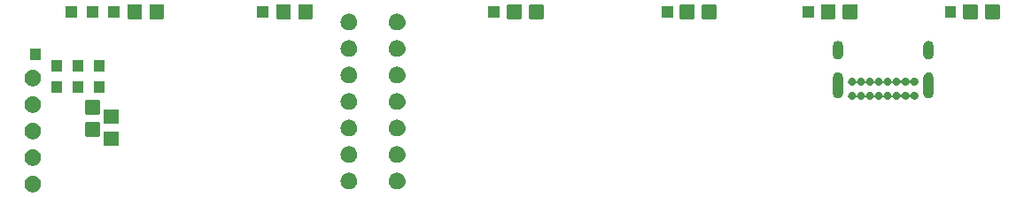
<source format=gbr>
%TF.GenerationSoftware,KiCad,Pcbnew,8.0.3*%
%TF.CreationDate,2024-06-20T21:51:27+02:00*%
%TF.ProjectId,KIA-OBD2-DISPLAY,4b49412d-4f42-4443-922d-444953504c41,rev?*%
%TF.SameCoordinates,Original*%
%TF.FileFunction,Soldermask,Bot*%
%TF.FilePolarity,Negative*%
%FSLAX46Y46*%
G04 Gerber Fmt 4.6, Leading zero omitted, Abs format (unit mm)*
G04 Created by KiCad (PCBNEW 8.0.3) date 2024-06-20 21:51:27*
%MOMM*%
%LPD*%
G01*
G04 APERTURE LIST*
G04 APERTURE END LIST*
G36*
X126914323Y-94708656D02*
G01*
X126956595Y-94708656D01*
X127004282Y-94718792D01*
X127051017Y-94724058D01*
X127085000Y-94735949D01*
X127120129Y-94743416D01*
X127170754Y-94765955D01*
X127220107Y-94783225D01*
X127245795Y-94799366D01*
X127272860Y-94811416D01*
X127323322Y-94848079D01*
X127371792Y-94878535D01*
X127389199Y-94895942D01*
X127408121Y-94909690D01*
X127454901Y-94961644D01*
X127498465Y-95005208D01*
X127508484Y-95021153D01*
X127519992Y-95033934D01*
X127559365Y-95102130D01*
X127593775Y-95156893D01*
X127598070Y-95169170D01*
X127603584Y-95178719D01*
X127631809Y-95265590D01*
X127652942Y-95325983D01*
X127653743Y-95333096D01*
X127655248Y-95337727D01*
X127668892Y-95467542D01*
X127673000Y-95504000D01*
X127668891Y-95540460D01*
X127655248Y-95670272D01*
X127653743Y-95674901D01*
X127652942Y-95682017D01*
X127631805Y-95742422D01*
X127603584Y-95829280D01*
X127598071Y-95838827D01*
X127593775Y-95851107D01*
X127559358Y-95905881D01*
X127519992Y-95974065D01*
X127508486Y-95986843D01*
X127498465Y-96002792D01*
X127454892Y-96046364D01*
X127408121Y-96098309D01*
X127389203Y-96112053D01*
X127371792Y-96129465D01*
X127323312Y-96159926D01*
X127272860Y-96196583D01*
X127245800Y-96208630D01*
X127220107Y-96224775D01*
X127170744Y-96242047D01*
X127120129Y-96264583D01*
X127085005Y-96272048D01*
X127051017Y-96283942D01*
X127004279Y-96289208D01*
X126956595Y-96299344D01*
X126914323Y-96299344D01*
X126873000Y-96304000D01*
X126831677Y-96299344D01*
X126789405Y-96299344D01*
X126741719Y-96289208D01*
X126694983Y-96283942D01*
X126660995Y-96272049D01*
X126625870Y-96264583D01*
X126575251Y-96242046D01*
X126525893Y-96224775D01*
X126500201Y-96208631D01*
X126473139Y-96196583D01*
X126422680Y-96159922D01*
X126374208Y-96129465D01*
X126356799Y-96112056D01*
X126337878Y-96098309D01*
X126291097Y-96046354D01*
X126247535Y-96002792D01*
X126237516Y-95986847D01*
X126226007Y-95974065D01*
X126186629Y-95905861D01*
X126152225Y-95851107D01*
X126147929Y-95838831D01*
X126142415Y-95829280D01*
X126114180Y-95742382D01*
X126093058Y-95682017D01*
X126092256Y-95674906D01*
X126090751Y-95670272D01*
X126077093Y-95540328D01*
X126073000Y-95504000D01*
X126077092Y-95467674D01*
X126090751Y-95337727D01*
X126092257Y-95333091D01*
X126093058Y-95325983D01*
X126114176Y-95265630D01*
X126142415Y-95178719D01*
X126147930Y-95169165D01*
X126152225Y-95156893D01*
X126186622Y-95102149D01*
X126226007Y-95033934D01*
X126237518Y-95021149D01*
X126247535Y-95005208D01*
X126291088Y-94961654D01*
X126337878Y-94909690D01*
X126356802Y-94895940D01*
X126374208Y-94878535D01*
X126422674Y-94848081D01*
X126473140Y-94811416D01*
X126500204Y-94799365D01*
X126525893Y-94783225D01*
X126575242Y-94765956D01*
X126625870Y-94743416D01*
X126661001Y-94735948D01*
X126694983Y-94724058D01*
X126741717Y-94718792D01*
X126789405Y-94708656D01*
X126831677Y-94708656D01*
X126873000Y-94704000D01*
X126914323Y-94708656D01*
G37*
G36*
X157121323Y-94424656D02*
G01*
X157163595Y-94424656D01*
X157211282Y-94434792D01*
X157258017Y-94440058D01*
X157292000Y-94451949D01*
X157327129Y-94459416D01*
X157377754Y-94481955D01*
X157427107Y-94499225D01*
X157452795Y-94515366D01*
X157479860Y-94527416D01*
X157530322Y-94564079D01*
X157578792Y-94594535D01*
X157596199Y-94611942D01*
X157615121Y-94625690D01*
X157661901Y-94677644D01*
X157705465Y-94721208D01*
X157715484Y-94737153D01*
X157726992Y-94749934D01*
X157766365Y-94818130D01*
X157800775Y-94872893D01*
X157805070Y-94885170D01*
X157810584Y-94894719D01*
X157838809Y-94981590D01*
X157859942Y-95041983D01*
X157860743Y-95049096D01*
X157862248Y-95053727D01*
X157875892Y-95183542D01*
X157880000Y-95220000D01*
X157875891Y-95256460D01*
X157862248Y-95386272D01*
X157860743Y-95390901D01*
X157859942Y-95398017D01*
X157838805Y-95458422D01*
X157810584Y-95545280D01*
X157805071Y-95554827D01*
X157800775Y-95567107D01*
X157766358Y-95621881D01*
X157726992Y-95690065D01*
X157715486Y-95702843D01*
X157705465Y-95718792D01*
X157661892Y-95762364D01*
X157615121Y-95814309D01*
X157596203Y-95828053D01*
X157578792Y-95845465D01*
X157530312Y-95875926D01*
X157479860Y-95912583D01*
X157452800Y-95924630D01*
X157427107Y-95940775D01*
X157377744Y-95958047D01*
X157327129Y-95980583D01*
X157292005Y-95988048D01*
X157258017Y-95999942D01*
X157211279Y-96005208D01*
X157163595Y-96015344D01*
X157121323Y-96015344D01*
X157080000Y-96020000D01*
X157038677Y-96015344D01*
X156996405Y-96015344D01*
X156948719Y-96005208D01*
X156901983Y-95999942D01*
X156867995Y-95988049D01*
X156832870Y-95980583D01*
X156782251Y-95958046D01*
X156732893Y-95940775D01*
X156707201Y-95924631D01*
X156680139Y-95912583D01*
X156629680Y-95875922D01*
X156581208Y-95845465D01*
X156563799Y-95828056D01*
X156544878Y-95814309D01*
X156498097Y-95762354D01*
X156454535Y-95718792D01*
X156444516Y-95702847D01*
X156433007Y-95690065D01*
X156393629Y-95621861D01*
X156359225Y-95567107D01*
X156354929Y-95554831D01*
X156349415Y-95545280D01*
X156321180Y-95458382D01*
X156300058Y-95398017D01*
X156299256Y-95390906D01*
X156297751Y-95386272D01*
X156284093Y-95256328D01*
X156280000Y-95220000D01*
X156284092Y-95183674D01*
X156297751Y-95053727D01*
X156299257Y-95049091D01*
X156300058Y-95041983D01*
X156321176Y-94981630D01*
X156349415Y-94894719D01*
X156354930Y-94885165D01*
X156359225Y-94872893D01*
X156393622Y-94818149D01*
X156433007Y-94749934D01*
X156444518Y-94737149D01*
X156454535Y-94721208D01*
X156498088Y-94677654D01*
X156544878Y-94625690D01*
X156563802Y-94611940D01*
X156581208Y-94594535D01*
X156629674Y-94564081D01*
X156680140Y-94527416D01*
X156707204Y-94515365D01*
X156732893Y-94499225D01*
X156782242Y-94481956D01*
X156832870Y-94459416D01*
X156868001Y-94451948D01*
X156901983Y-94440058D01*
X156948717Y-94434792D01*
X156996405Y-94424656D01*
X157038677Y-94424656D01*
X157080000Y-94420000D01*
X157121323Y-94424656D01*
G37*
G36*
X161742813Y-94422095D02*
G01*
X161785085Y-94422095D01*
X161832772Y-94432231D01*
X161879507Y-94437497D01*
X161913490Y-94449388D01*
X161948619Y-94456855D01*
X161999244Y-94479394D01*
X162048597Y-94496664D01*
X162074285Y-94512805D01*
X162101350Y-94524855D01*
X162151812Y-94561518D01*
X162200282Y-94591974D01*
X162217689Y-94609381D01*
X162236611Y-94623129D01*
X162283391Y-94675083D01*
X162326955Y-94718647D01*
X162336974Y-94734592D01*
X162348482Y-94747373D01*
X162387855Y-94815569D01*
X162422265Y-94870332D01*
X162426560Y-94882609D01*
X162432074Y-94892158D01*
X162460299Y-94979029D01*
X162481432Y-95039422D01*
X162482233Y-95046535D01*
X162483738Y-95051166D01*
X162497382Y-95180981D01*
X162501490Y-95217439D01*
X162497381Y-95253899D01*
X162483738Y-95383711D01*
X162482233Y-95388340D01*
X162481432Y-95395456D01*
X162460295Y-95455861D01*
X162432074Y-95542719D01*
X162426561Y-95552266D01*
X162422265Y-95564546D01*
X162387848Y-95619320D01*
X162348482Y-95687504D01*
X162336976Y-95700282D01*
X162326955Y-95716231D01*
X162283382Y-95759803D01*
X162236611Y-95811748D01*
X162217693Y-95825492D01*
X162200282Y-95842904D01*
X162151802Y-95873365D01*
X162101350Y-95910022D01*
X162074290Y-95922069D01*
X162048597Y-95938214D01*
X161999234Y-95955486D01*
X161948619Y-95978022D01*
X161913495Y-95985487D01*
X161879507Y-95997381D01*
X161832769Y-96002647D01*
X161785085Y-96012783D01*
X161742813Y-96012783D01*
X161701490Y-96017439D01*
X161660167Y-96012783D01*
X161617895Y-96012783D01*
X161570209Y-96002647D01*
X161523473Y-95997381D01*
X161489485Y-95985488D01*
X161454360Y-95978022D01*
X161403741Y-95955485D01*
X161354383Y-95938214D01*
X161328691Y-95922070D01*
X161301629Y-95910022D01*
X161251170Y-95873361D01*
X161202698Y-95842904D01*
X161185289Y-95825495D01*
X161166368Y-95811748D01*
X161119587Y-95759793D01*
X161076025Y-95716231D01*
X161066006Y-95700286D01*
X161054497Y-95687504D01*
X161015119Y-95619300D01*
X160980715Y-95564546D01*
X160976419Y-95552270D01*
X160970905Y-95542719D01*
X160942670Y-95455821D01*
X160921548Y-95395456D01*
X160920746Y-95388345D01*
X160919241Y-95383711D01*
X160905583Y-95253767D01*
X160901490Y-95217439D01*
X160905582Y-95181113D01*
X160919241Y-95051166D01*
X160920747Y-95046530D01*
X160921548Y-95039422D01*
X160942666Y-94979069D01*
X160970905Y-94892158D01*
X160976420Y-94882604D01*
X160980715Y-94870332D01*
X161015112Y-94815588D01*
X161054497Y-94747373D01*
X161066008Y-94734588D01*
X161076025Y-94718647D01*
X161119578Y-94675093D01*
X161166368Y-94623129D01*
X161185292Y-94609379D01*
X161202698Y-94591974D01*
X161251164Y-94561520D01*
X161301630Y-94524855D01*
X161328694Y-94512804D01*
X161354383Y-94496664D01*
X161403732Y-94479395D01*
X161454360Y-94456855D01*
X161489491Y-94449387D01*
X161523473Y-94437497D01*
X161570207Y-94432231D01*
X161617895Y-94422095D01*
X161660167Y-94422095D01*
X161701490Y-94417439D01*
X161742813Y-94422095D01*
G37*
G36*
X126914323Y-92168656D02*
G01*
X126956595Y-92168656D01*
X127004282Y-92178792D01*
X127051017Y-92184058D01*
X127085000Y-92195949D01*
X127120129Y-92203416D01*
X127170754Y-92225955D01*
X127220107Y-92243225D01*
X127245795Y-92259366D01*
X127272860Y-92271416D01*
X127323322Y-92308079D01*
X127371792Y-92338535D01*
X127389199Y-92355942D01*
X127408121Y-92369690D01*
X127454901Y-92421644D01*
X127498465Y-92465208D01*
X127508484Y-92481153D01*
X127519992Y-92493934D01*
X127559365Y-92562130D01*
X127593775Y-92616893D01*
X127598070Y-92629170D01*
X127603584Y-92638719D01*
X127631809Y-92725590D01*
X127652942Y-92785983D01*
X127653743Y-92793096D01*
X127655248Y-92797727D01*
X127668892Y-92927542D01*
X127673000Y-92964000D01*
X127668891Y-93000460D01*
X127655248Y-93130272D01*
X127653743Y-93134901D01*
X127652942Y-93142017D01*
X127631805Y-93202422D01*
X127603584Y-93289280D01*
X127598071Y-93298827D01*
X127593775Y-93311107D01*
X127559358Y-93365881D01*
X127519992Y-93434065D01*
X127508486Y-93446843D01*
X127498465Y-93462792D01*
X127454892Y-93506364D01*
X127408121Y-93558309D01*
X127389203Y-93572053D01*
X127371792Y-93589465D01*
X127323312Y-93619926D01*
X127272860Y-93656583D01*
X127245800Y-93668630D01*
X127220107Y-93684775D01*
X127170744Y-93702047D01*
X127120129Y-93724583D01*
X127085005Y-93732048D01*
X127051017Y-93743942D01*
X127004279Y-93749208D01*
X126956595Y-93759344D01*
X126914323Y-93759344D01*
X126873000Y-93764000D01*
X126831677Y-93759344D01*
X126789405Y-93759344D01*
X126741719Y-93749208D01*
X126694983Y-93743942D01*
X126660995Y-93732049D01*
X126625870Y-93724583D01*
X126575251Y-93702046D01*
X126525893Y-93684775D01*
X126500201Y-93668631D01*
X126473139Y-93656583D01*
X126422680Y-93619922D01*
X126374208Y-93589465D01*
X126356799Y-93572056D01*
X126337878Y-93558309D01*
X126291097Y-93506354D01*
X126247535Y-93462792D01*
X126237516Y-93446847D01*
X126226007Y-93434065D01*
X126186629Y-93365861D01*
X126152225Y-93311107D01*
X126147929Y-93298831D01*
X126142415Y-93289280D01*
X126114180Y-93202382D01*
X126093058Y-93142017D01*
X126092256Y-93134906D01*
X126090751Y-93130272D01*
X126077093Y-93000328D01*
X126073000Y-92964000D01*
X126077092Y-92927674D01*
X126090751Y-92797727D01*
X126092257Y-92793091D01*
X126093058Y-92785983D01*
X126114176Y-92725630D01*
X126142415Y-92638719D01*
X126147930Y-92629165D01*
X126152225Y-92616893D01*
X126186622Y-92562149D01*
X126226007Y-92493934D01*
X126237518Y-92481149D01*
X126247535Y-92465208D01*
X126291088Y-92421654D01*
X126337878Y-92369690D01*
X126356802Y-92355940D01*
X126374208Y-92338535D01*
X126422674Y-92308081D01*
X126473140Y-92271416D01*
X126500204Y-92259365D01*
X126525893Y-92243225D01*
X126575242Y-92225956D01*
X126625870Y-92203416D01*
X126661001Y-92195948D01*
X126694983Y-92184058D01*
X126741717Y-92178792D01*
X126789405Y-92168656D01*
X126831677Y-92168656D01*
X126873000Y-92164000D01*
X126914323Y-92168656D01*
G37*
G36*
X157121323Y-91884656D02*
G01*
X157163595Y-91884656D01*
X157211282Y-91894792D01*
X157258017Y-91900058D01*
X157292000Y-91911949D01*
X157327129Y-91919416D01*
X157377754Y-91941955D01*
X157427107Y-91959225D01*
X157452795Y-91975366D01*
X157479860Y-91987416D01*
X157530322Y-92024079D01*
X157578792Y-92054535D01*
X157596199Y-92071942D01*
X157615121Y-92085690D01*
X157661901Y-92137644D01*
X157705465Y-92181208D01*
X157715484Y-92197153D01*
X157726992Y-92209934D01*
X157766365Y-92278130D01*
X157800775Y-92332893D01*
X157805070Y-92345170D01*
X157810584Y-92354719D01*
X157838809Y-92441590D01*
X157859942Y-92501983D01*
X157860743Y-92509096D01*
X157862248Y-92513727D01*
X157875892Y-92643542D01*
X157880000Y-92680000D01*
X157875891Y-92716460D01*
X157862248Y-92846272D01*
X157860743Y-92850901D01*
X157859942Y-92858017D01*
X157838805Y-92918422D01*
X157810584Y-93005280D01*
X157805071Y-93014827D01*
X157800775Y-93027107D01*
X157766358Y-93081881D01*
X157726992Y-93150065D01*
X157715486Y-93162843D01*
X157705465Y-93178792D01*
X157661892Y-93222364D01*
X157615121Y-93274309D01*
X157596203Y-93288053D01*
X157578792Y-93305465D01*
X157530312Y-93335926D01*
X157479860Y-93372583D01*
X157452800Y-93384630D01*
X157427107Y-93400775D01*
X157377744Y-93418047D01*
X157327129Y-93440583D01*
X157292005Y-93448048D01*
X157258017Y-93459942D01*
X157211279Y-93465208D01*
X157163595Y-93475344D01*
X157121323Y-93475344D01*
X157080000Y-93480000D01*
X157038677Y-93475344D01*
X156996405Y-93475344D01*
X156948719Y-93465208D01*
X156901983Y-93459942D01*
X156867995Y-93448049D01*
X156832870Y-93440583D01*
X156782251Y-93418046D01*
X156732893Y-93400775D01*
X156707201Y-93384631D01*
X156680139Y-93372583D01*
X156629680Y-93335922D01*
X156581208Y-93305465D01*
X156563799Y-93288056D01*
X156544878Y-93274309D01*
X156498097Y-93222354D01*
X156454535Y-93178792D01*
X156444516Y-93162847D01*
X156433007Y-93150065D01*
X156393629Y-93081861D01*
X156359225Y-93027107D01*
X156354929Y-93014831D01*
X156349415Y-93005280D01*
X156321180Y-92918382D01*
X156300058Y-92858017D01*
X156299256Y-92850906D01*
X156297751Y-92846272D01*
X156284093Y-92716328D01*
X156280000Y-92680000D01*
X156284092Y-92643674D01*
X156297751Y-92513727D01*
X156299257Y-92509091D01*
X156300058Y-92501983D01*
X156321176Y-92441630D01*
X156349415Y-92354719D01*
X156354930Y-92345165D01*
X156359225Y-92332893D01*
X156393622Y-92278149D01*
X156433007Y-92209934D01*
X156444518Y-92197149D01*
X156454535Y-92181208D01*
X156498088Y-92137654D01*
X156544878Y-92085690D01*
X156563802Y-92071940D01*
X156581208Y-92054535D01*
X156629674Y-92024081D01*
X156680140Y-91987416D01*
X156707204Y-91975365D01*
X156732893Y-91959225D01*
X156782242Y-91941956D01*
X156832870Y-91919416D01*
X156868001Y-91911948D01*
X156901983Y-91900058D01*
X156948717Y-91894792D01*
X156996405Y-91884656D01*
X157038677Y-91884656D01*
X157080000Y-91880000D01*
X157121323Y-91884656D01*
G37*
G36*
X161742813Y-91882095D02*
G01*
X161785085Y-91882095D01*
X161832772Y-91892231D01*
X161879507Y-91897497D01*
X161913490Y-91909388D01*
X161948619Y-91916855D01*
X161999244Y-91939394D01*
X162048597Y-91956664D01*
X162074285Y-91972805D01*
X162101350Y-91984855D01*
X162151812Y-92021518D01*
X162200282Y-92051974D01*
X162217689Y-92069381D01*
X162236611Y-92083129D01*
X162283391Y-92135083D01*
X162326955Y-92178647D01*
X162336974Y-92194592D01*
X162348482Y-92207373D01*
X162387855Y-92275569D01*
X162422265Y-92330332D01*
X162426560Y-92342609D01*
X162432074Y-92352158D01*
X162460299Y-92439029D01*
X162481432Y-92499422D01*
X162482233Y-92506535D01*
X162483738Y-92511166D01*
X162497382Y-92640981D01*
X162501490Y-92677439D01*
X162497381Y-92713899D01*
X162483738Y-92843711D01*
X162482233Y-92848340D01*
X162481432Y-92855456D01*
X162460295Y-92915861D01*
X162432074Y-93002719D01*
X162426561Y-93012266D01*
X162422265Y-93024546D01*
X162387848Y-93079320D01*
X162348482Y-93147504D01*
X162336976Y-93160282D01*
X162326955Y-93176231D01*
X162283382Y-93219803D01*
X162236611Y-93271748D01*
X162217693Y-93285492D01*
X162200282Y-93302904D01*
X162151802Y-93333365D01*
X162101350Y-93370022D01*
X162074290Y-93382069D01*
X162048597Y-93398214D01*
X161999234Y-93415486D01*
X161948619Y-93438022D01*
X161913495Y-93445487D01*
X161879507Y-93457381D01*
X161832769Y-93462647D01*
X161785085Y-93472783D01*
X161742813Y-93472783D01*
X161701490Y-93477439D01*
X161660167Y-93472783D01*
X161617895Y-93472783D01*
X161570209Y-93462647D01*
X161523473Y-93457381D01*
X161489485Y-93445488D01*
X161454360Y-93438022D01*
X161403741Y-93415485D01*
X161354383Y-93398214D01*
X161328691Y-93382070D01*
X161301629Y-93370022D01*
X161251170Y-93333361D01*
X161202698Y-93302904D01*
X161185289Y-93285495D01*
X161166368Y-93271748D01*
X161119587Y-93219793D01*
X161076025Y-93176231D01*
X161066006Y-93160286D01*
X161054497Y-93147504D01*
X161015119Y-93079300D01*
X160980715Y-93024546D01*
X160976419Y-93012270D01*
X160970905Y-93002719D01*
X160942670Y-92915821D01*
X160921548Y-92855456D01*
X160920746Y-92848345D01*
X160919241Y-92843711D01*
X160905583Y-92713767D01*
X160901490Y-92677439D01*
X160905582Y-92641113D01*
X160919241Y-92511166D01*
X160920747Y-92506530D01*
X160921548Y-92499422D01*
X160942666Y-92439069D01*
X160970905Y-92352158D01*
X160976420Y-92342604D01*
X160980715Y-92330332D01*
X161015112Y-92275588D01*
X161054497Y-92207373D01*
X161066008Y-92194588D01*
X161076025Y-92178647D01*
X161119578Y-92135093D01*
X161166368Y-92083129D01*
X161185292Y-92069379D01*
X161202698Y-92051974D01*
X161251164Y-92021520D01*
X161301630Y-91984855D01*
X161328694Y-91972804D01*
X161354383Y-91956664D01*
X161403732Y-91939395D01*
X161454360Y-91916855D01*
X161489491Y-91909387D01*
X161523473Y-91897497D01*
X161570207Y-91892231D01*
X161617895Y-91882095D01*
X161660167Y-91882095D01*
X161701490Y-91877439D01*
X161742813Y-91882095D01*
G37*
G36*
X135005034Y-90458164D02*
G01*
X135038125Y-90480275D01*
X135060236Y-90513366D01*
X135068000Y-90552400D01*
X135068000Y-91752400D01*
X135060236Y-91791434D01*
X135038125Y-91824525D01*
X135005034Y-91846636D01*
X134966000Y-91854400D01*
X133766000Y-91854400D01*
X133726966Y-91846636D01*
X133693875Y-91824525D01*
X133671764Y-91791434D01*
X133664000Y-91752400D01*
X133664000Y-90552400D01*
X133671764Y-90513366D01*
X133693875Y-90480275D01*
X133726966Y-90458164D01*
X133766000Y-90450400D01*
X134966000Y-90450400D01*
X135005034Y-90458164D01*
G37*
G36*
X126914323Y-89628656D02*
G01*
X126956595Y-89628656D01*
X127004282Y-89638792D01*
X127051017Y-89644058D01*
X127085000Y-89655949D01*
X127120129Y-89663416D01*
X127170754Y-89685955D01*
X127220107Y-89703225D01*
X127245795Y-89719366D01*
X127272860Y-89731416D01*
X127323322Y-89768079D01*
X127371792Y-89798535D01*
X127389199Y-89815942D01*
X127408121Y-89829690D01*
X127454901Y-89881644D01*
X127498465Y-89925208D01*
X127508484Y-89941153D01*
X127519992Y-89953934D01*
X127559365Y-90022130D01*
X127593775Y-90076893D01*
X127598070Y-90089170D01*
X127603584Y-90098719D01*
X127631809Y-90185590D01*
X127652942Y-90245983D01*
X127653743Y-90253096D01*
X127655248Y-90257727D01*
X127668892Y-90387542D01*
X127673000Y-90424000D01*
X127668891Y-90460460D01*
X127655248Y-90590272D01*
X127653743Y-90594901D01*
X127652942Y-90602017D01*
X127631805Y-90662422D01*
X127603584Y-90749280D01*
X127598071Y-90758827D01*
X127593775Y-90771107D01*
X127559358Y-90825881D01*
X127519992Y-90894065D01*
X127508486Y-90906843D01*
X127498465Y-90922792D01*
X127454892Y-90966364D01*
X127408121Y-91018309D01*
X127389203Y-91032053D01*
X127371792Y-91049465D01*
X127323312Y-91079926D01*
X127272860Y-91116583D01*
X127245800Y-91128630D01*
X127220107Y-91144775D01*
X127170744Y-91162047D01*
X127120129Y-91184583D01*
X127085005Y-91192048D01*
X127051017Y-91203942D01*
X127004279Y-91209208D01*
X126956595Y-91219344D01*
X126914323Y-91219344D01*
X126873000Y-91224000D01*
X126831677Y-91219344D01*
X126789405Y-91219344D01*
X126741719Y-91209208D01*
X126694983Y-91203942D01*
X126660995Y-91192049D01*
X126625870Y-91184583D01*
X126575251Y-91162046D01*
X126525893Y-91144775D01*
X126500201Y-91128631D01*
X126473139Y-91116583D01*
X126422680Y-91079922D01*
X126374208Y-91049465D01*
X126356799Y-91032056D01*
X126337878Y-91018309D01*
X126291097Y-90966354D01*
X126247535Y-90922792D01*
X126237516Y-90906847D01*
X126226007Y-90894065D01*
X126186629Y-90825861D01*
X126152225Y-90771107D01*
X126147929Y-90758831D01*
X126142415Y-90749280D01*
X126114180Y-90662382D01*
X126093058Y-90602017D01*
X126092256Y-90594906D01*
X126090751Y-90590272D01*
X126077093Y-90460328D01*
X126073000Y-90424000D01*
X126077092Y-90387674D01*
X126090751Y-90257727D01*
X126092257Y-90253091D01*
X126093058Y-90245983D01*
X126114176Y-90185630D01*
X126142415Y-90098719D01*
X126147930Y-90089165D01*
X126152225Y-90076893D01*
X126186622Y-90022149D01*
X126226007Y-89953934D01*
X126237518Y-89941149D01*
X126247535Y-89925208D01*
X126291088Y-89881654D01*
X126337878Y-89829690D01*
X126356802Y-89815940D01*
X126374208Y-89798535D01*
X126422674Y-89768081D01*
X126473140Y-89731416D01*
X126500204Y-89719365D01*
X126525893Y-89703225D01*
X126575242Y-89685956D01*
X126625870Y-89663416D01*
X126661001Y-89655948D01*
X126694983Y-89644058D01*
X126741717Y-89638792D01*
X126789405Y-89628656D01*
X126831677Y-89628656D01*
X126873000Y-89624000D01*
X126914323Y-89628656D01*
G37*
G36*
X133227034Y-89560564D02*
G01*
X133260125Y-89582675D01*
X133282236Y-89615766D01*
X133290000Y-89654800D01*
X133290000Y-90854800D01*
X133282236Y-90893834D01*
X133260125Y-90926925D01*
X133227034Y-90949036D01*
X133188000Y-90956800D01*
X131988000Y-90956800D01*
X131948966Y-90949036D01*
X131915875Y-90926925D01*
X131893764Y-90893834D01*
X131886000Y-90854800D01*
X131886000Y-89654800D01*
X131893764Y-89615766D01*
X131915875Y-89582675D01*
X131948966Y-89560564D01*
X131988000Y-89552800D01*
X133188000Y-89552800D01*
X133227034Y-89560564D01*
G37*
G36*
X157121323Y-89344656D02*
G01*
X157163595Y-89344656D01*
X157211282Y-89354792D01*
X157258017Y-89360058D01*
X157292000Y-89371949D01*
X157327129Y-89379416D01*
X157377754Y-89401955D01*
X157427107Y-89419225D01*
X157452795Y-89435366D01*
X157479860Y-89447416D01*
X157530322Y-89484079D01*
X157578792Y-89514535D01*
X157596199Y-89531942D01*
X157615121Y-89545690D01*
X157661901Y-89597644D01*
X157705465Y-89641208D01*
X157715484Y-89657153D01*
X157726992Y-89669934D01*
X157766365Y-89738130D01*
X157800775Y-89792893D01*
X157805070Y-89805170D01*
X157810584Y-89814719D01*
X157838809Y-89901590D01*
X157859942Y-89961983D01*
X157860743Y-89969096D01*
X157862248Y-89973727D01*
X157875892Y-90103542D01*
X157880000Y-90140000D01*
X157875891Y-90176460D01*
X157862248Y-90306272D01*
X157860743Y-90310901D01*
X157859942Y-90318017D01*
X157838805Y-90378422D01*
X157810584Y-90465280D01*
X157805071Y-90474827D01*
X157800775Y-90487107D01*
X157766358Y-90541881D01*
X157726992Y-90610065D01*
X157715486Y-90622843D01*
X157705465Y-90638792D01*
X157661892Y-90682364D01*
X157615121Y-90734309D01*
X157596203Y-90748053D01*
X157578792Y-90765465D01*
X157530312Y-90795926D01*
X157479860Y-90832583D01*
X157452800Y-90844630D01*
X157427107Y-90860775D01*
X157377744Y-90878047D01*
X157327129Y-90900583D01*
X157292005Y-90908048D01*
X157258017Y-90919942D01*
X157211279Y-90925208D01*
X157163595Y-90935344D01*
X157121323Y-90935344D01*
X157080000Y-90940000D01*
X157038677Y-90935344D01*
X156996405Y-90935344D01*
X156948719Y-90925208D01*
X156901983Y-90919942D01*
X156867995Y-90908049D01*
X156832870Y-90900583D01*
X156782251Y-90878046D01*
X156732893Y-90860775D01*
X156707201Y-90844631D01*
X156680139Y-90832583D01*
X156629680Y-90795922D01*
X156581208Y-90765465D01*
X156563799Y-90748056D01*
X156544878Y-90734309D01*
X156498097Y-90682354D01*
X156454535Y-90638792D01*
X156444516Y-90622847D01*
X156433007Y-90610065D01*
X156393629Y-90541861D01*
X156359225Y-90487107D01*
X156354929Y-90474831D01*
X156349415Y-90465280D01*
X156321180Y-90378382D01*
X156300058Y-90318017D01*
X156299256Y-90310906D01*
X156297751Y-90306272D01*
X156284093Y-90176328D01*
X156280000Y-90140000D01*
X156284092Y-90103674D01*
X156297751Y-89973727D01*
X156299257Y-89969091D01*
X156300058Y-89961983D01*
X156321176Y-89901630D01*
X156349415Y-89814719D01*
X156354930Y-89805165D01*
X156359225Y-89792893D01*
X156393622Y-89738149D01*
X156433007Y-89669934D01*
X156444518Y-89657149D01*
X156454535Y-89641208D01*
X156498088Y-89597654D01*
X156544878Y-89545690D01*
X156563802Y-89531940D01*
X156581208Y-89514535D01*
X156629674Y-89484081D01*
X156680140Y-89447416D01*
X156707204Y-89435365D01*
X156732893Y-89419225D01*
X156782242Y-89401956D01*
X156832870Y-89379416D01*
X156868001Y-89371948D01*
X156901983Y-89360058D01*
X156948717Y-89354792D01*
X156996405Y-89344656D01*
X157038677Y-89344656D01*
X157080000Y-89340000D01*
X157121323Y-89344656D01*
G37*
G36*
X161742813Y-89342095D02*
G01*
X161785085Y-89342095D01*
X161832772Y-89352231D01*
X161879507Y-89357497D01*
X161913490Y-89369388D01*
X161948619Y-89376855D01*
X161999244Y-89399394D01*
X162048597Y-89416664D01*
X162074285Y-89432805D01*
X162101350Y-89444855D01*
X162151812Y-89481518D01*
X162200282Y-89511974D01*
X162217689Y-89529381D01*
X162236611Y-89543129D01*
X162283391Y-89595083D01*
X162326955Y-89638647D01*
X162336974Y-89654592D01*
X162348482Y-89667373D01*
X162387855Y-89735569D01*
X162422265Y-89790332D01*
X162426560Y-89802609D01*
X162432074Y-89812158D01*
X162460299Y-89899029D01*
X162481432Y-89959422D01*
X162482233Y-89966535D01*
X162483738Y-89971166D01*
X162497382Y-90100981D01*
X162501490Y-90137439D01*
X162497381Y-90173899D01*
X162483738Y-90303711D01*
X162482233Y-90308340D01*
X162481432Y-90315456D01*
X162460295Y-90375861D01*
X162432074Y-90462719D01*
X162426561Y-90472266D01*
X162422265Y-90484546D01*
X162387848Y-90539320D01*
X162348482Y-90607504D01*
X162336976Y-90620282D01*
X162326955Y-90636231D01*
X162283382Y-90679803D01*
X162236611Y-90731748D01*
X162217693Y-90745492D01*
X162200282Y-90762904D01*
X162151802Y-90793365D01*
X162101350Y-90830022D01*
X162074290Y-90842069D01*
X162048597Y-90858214D01*
X161999234Y-90875486D01*
X161948619Y-90898022D01*
X161913495Y-90905487D01*
X161879507Y-90917381D01*
X161832769Y-90922647D01*
X161785085Y-90932783D01*
X161742813Y-90932783D01*
X161701490Y-90937439D01*
X161660167Y-90932783D01*
X161617895Y-90932783D01*
X161570209Y-90922647D01*
X161523473Y-90917381D01*
X161489485Y-90905488D01*
X161454360Y-90898022D01*
X161403741Y-90875485D01*
X161354383Y-90858214D01*
X161328691Y-90842070D01*
X161301629Y-90830022D01*
X161251170Y-90793361D01*
X161202698Y-90762904D01*
X161185289Y-90745495D01*
X161166368Y-90731748D01*
X161119587Y-90679793D01*
X161076025Y-90636231D01*
X161066006Y-90620286D01*
X161054497Y-90607504D01*
X161015119Y-90539300D01*
X160980715Y-90484546D01*
X160976419Y-90472270D01*
X160970905Y-90462719D01*
X160942670Y-90375821D01*
X160921548Y-90315456D01*
X160920746Y-90308345D01*
X160919241Y-90303711D01*
X160905583Y-90173767D01*
X160901490Y-90137439D01*
X160905582Y-90101113D01*
X160919241Y-89971166D01*
X160920747Y-89966530D01*
X160921548Y-89959422D01*
X160942666Y-89899069D01*
X160970905Y-89812158D01*
X160976420Y-89802604D01*
X160980715Y-89790332D01*
X161015112Y-89735588D01*
X161054497Y-89667373D01*
X161066008Y-89654588D01*
X161076025Y-89638647D01*
X161119578Y-89595093D01*
X161166368Y-89543129D01*
X161185292Y-89529379D01*
X161202698Y-89511974D01*
X161251164Y-89481520D01*
X161301630Y-89444855D01*
X161328694Y-89432804D01*
X161354383Y-89416664D01*
X161403732Y-89399395D01*
X161454360Y-89376855D01*
X161489491Y-89369387D01*
X161523473Y-89357497D01*
X161570207Y-89352231D01*
X161617895Y-89342095D01*
X161660167Y-89342095D01*
X161701490Y-89337439D01*
X161742813Y-89342095D01*
G37*
G36*
X135005034Y-88358164D02*
G01*
X135038125Y-88380275D01*
X135060236Y-88413366D01*
X135068000Y-88452400D01*
X135068000Y-89652400D01*
X135060236Y-89691434D01*
X135038125Y-89724525D01*
X135005034Y-89746636D01*
X134966000Y-89754400D01*
X133766000Y-89754400D01*
X133726966Y-89746636D01*
X133693875Y-89724525D01*
X133671764Y-89691434D01*
X133664000Y-89652400D01*
X133664000Y-88452400D01*
X133671764Y-88413366D01*
X133693875Y-88380275D01*
X133726966Y-88358164D01*
X133766000Y-88350400D01*
X134966000Y-88350400D01*
X135005034Y-88358164D01*
G37*
G36*
X133227034Y-87460564D02*
G01*
X133260125Y-87482675D01*
X133282236Y-87515766D01*
X133290000Y-87554800D01*
X133290000Y-88754800D01*
X133282236Y-88793834D01*
X133260125Y-88826925D01*
X133227034Y-88849036D01*
X133188000Y-88856800D01*
X131988000Y-88856800D01*
X131948966Y-88849036D01*
X131915875Y-88826925D01*
X131893764Y-88793834D01*
X131886000Y-88754800D01*
X131886000Y-87554800D01*
X131893764Y-87515766D01*
X131915875Y-87482675D01*
X131948966Y-87460564D01*
X131988000Y-87452800D01*
X133188000Y-87452800D01*
X133227034Y-87460564D01*
G37*
G36*
X126914323Y-87088656D02*
G01*
X126956595Y-87088656D01*
X127004282Y-87098792D01*
X127051017Y-87104058D01*
X127085000Y-87115949D01*
X127120129Y-87123416D01*
X127170754Y-87145955D01*
X127220107Y-87163225D01*
X127245795Y-87179366D01*
X127272860Y-87191416D01*
X127323322Y-87228079D01*
X127371792Y-87258535D01*
X127389199Y-87275942D01*
X127408121Y-87289690D01*
X127454901Y-87341644D01*
X127498465Y-87385208D01*
X127508484Y-87401153D01*
X127519992Y-87413934D01*
X127559365Y-87482130D01*
X127593775Y-87536893D01*
X127598070Y-87549170D01*
X127603584Y-87558719D01*
X127631809Y-87645590D01*
X127652942Y-87705983D01*
X127653743Y-87713096D01*
X127655248Y-87717727D01*
X127668892Y-87847542D01*
X127673000Y-87884000D01*
X127668891Y-87920460D01*
X127655248Y-88050272D01*
X127653743Y-88054901D01*
X127652942Y-88062017D01*
X127631805Y-88122422D01*
X127603584Y-88209280D01*
X127598071Y-88218827D01*
X127593775Y-88231107D01*
X127559358Y-88285881D01*
X127519992Y-88354065D01*
X127508486Y-88366843D01*
X127498465Y-88382792D01*
X127454892Y-88426364D01*
X127408121Y-88478309D01*
X127389203Y-88492053D01*
X127371792Y-88509465D01*
X127323312Y-88539926D01*
X127272860Y-88576583D01*
X127245800Y-88588630D01*
X127220107Y-88604775D01*
X127170744Y-88622047D01*
X127120129Y-88644583D01*
X127085005Y-88652048D01*
X127051017Y-88663942D01*
X127004279Y-88669208D01*
X126956595Y-88679344D01*
X126914323Y-88679344D01*
X126873000Y-88684000D01*
X126831677Y-88679344D01*
X126789405Y-88679344D01*
X126741719Y-88669208D01*
X126694983Y-88663942D01*
X126660995Y-88652049D01*
X126625870Y-88644583D01*
X126575251Y-88622046D01*
X126525893Y-88604775D01*
X126500201Y-88588631D01*
X126473139Y-88576583D01*
X126422680Y-88539922D01*
X126374208Y-88509465D01*
X126356799Y-88492056D01*
X126337878Y-88478309D01*
X126291097Y-88426354D01*
X126247535Y-88382792D01*
X126237516Y-88366847D01*
X126226007Y-88354065D01*
X126186629Y-88285861D01*
X126152225Y-88231107D01*
X126147929Y-88218831D01*
X126142415Y-88209280D01*
X126114180Y-88122382D01*
X126093058Y-88062017D01*
X126092256Y-88054906D01*
X126090751Y-88050272D01*
X126077093Y-87920328D01*
X126073000Y-87884000D01*
X126077092Y-87847674D01*
X126090751Y-87717727D01*
X126092257Y-87713091D01*
X126093058Y-87705983D01*
X126114176Y-87645630D01*
X126142415Y-87558719D01*
X126147930Y-87549165D01*
X126152225Y-87536893D01*
X126186622Y-87482149D01*
X126226007Y-87413934D01*
X126237518Y-87401149D01*
X126247535Y-87385208D01*
X126291088Y-87341654D01*
X126337878Y-87289690D01*
X126356802Y-87275940D01*
X126374208Y-87258535D01*
X126422674Y-87228081D01*
X126473140Y-87191416D01*
X126500204Y-87179365D01*
X126525893Y-87163225D01*
X126575242Y-87145956D01*
X126625870Y-87123416D01*
X126661001Y-87115948D01*
X126694983Y-87104058D01*
X126741717Y-87098792D01*
X126789405Y-87088656D01*
X126831677Y-87088656D01*
X126873000Y-87084000D01*
X126914323Y-87088656D01*
G37*
G36*
X157121323Y-86804656D02*
G01*
X157163595Y-86804656D01*
X157211282Y-86814792D01*
X157258017Y-86820058D01*
X157292000Y-86831949D01*
X157327129Y-86839416D01*
X157377754Y-86861955D01*
X157427107Y-86879225D01*
X157452795Y-86895366D01*
X157479860Y-86907416D01*
X157530322Y-86944079D01*
X157578792Y-86974535D01*
X157596199Y-86991942D01*
X157615121Y-87005690D01*
X157661901Y-87057644D01*
X157705465Y-87101208D01*
X157715484Y-87117153D01*
X157726992Y-87129934D01*
X157766365Y-87198130D01*
X157800775Y-87252893D01*
X157805070Y-87265170D01*
X157810584Y-87274719D01*
X157838809Y-87361590D01*
X157859942Y-87421983D01*
X157860743Y-87429096D01*
X157862248Y-87433727D01*
X157875892Y-87563542D01*
X157880000Y-87600000D01*
X157875891Y-87636460D01*
X157862248Y-87766272D01*
X157860743Y-87770901D01*
X157859942Y-87778017D01*
X157838805Y-87838422D01*
X157810584Y-87925280D01*
X157805071Y-87934827D01*
X157800775Y-87947107D01*
X157766358Y-88001881D01*
X157726992Y-88070065D01*
X157715486Y-88082843D01*
X157705465Y-88098792D01*
X157661892Y-88142364D01*
X157615121Y-88194309D01*
X157596203Y-88208053D01*
X157578792Y-88225465D01*
X157530312Y-88255926D01*
X157479860Y-88292583D01*
X157452800Y-88304630D01*
X157427107Y-88320775D01*
X157377744Y-88338047D01*
X157327129Y-88360583D01*
X157292005Y-88368048D01*
X157258017Y-88379942D01*
X157211279Y-88385208D01*
X157163595Y-88395344D01*
X157121323Y-88395344D01*
X157080000Y-88400000D01*
X157038677Y-88395344D01*
X156996405Y-88395344D01*
X156948719Y-88385208D01*
X156901983Y-88379942D01*
X156867995Y-88368049D01*
X156832870Y-88360583D01*
X156782251Y-88338046D01*
X156732893Y-88320775D01*
X156707201Y-88304631D01*
X156680139Y-88292583D01*
X156629680Y-88255922D01*
X156581208Y-88225465D01*
X156563799Y-88208056D01*
X156544878Y-88194309D01*
X156498097Y-88142354D01*
X156454535Y-88098792D01*
X156444516Y-88082847D01*
X156433007Y-88070065D01*
X156393629Y-88001861D01*
X156359225Y-87947107D01*
X156354929Y-87934831D01*
X156349415Y-87925280D01*
X156321180Y-87838382D01*
X156300058Y-87778017D01*
X156299256Y-87770906D01*
X156297751Y-87766272D01*
X156284093Y-87636328D01*
X156280000Y-87600000D01*
X156284092Y-87563674D01*
X156297751Y-87433727D01*
X156299257Y-87429091D01*
X156300058Y-87421983D01*
X156321176Y-87361630D01*
X156349415Y-87274719D01*
X156354930Y-87265165D01*
X156359225Y-87252893D01*
X156393622Y-87198149D01*
X156433007Y-87129934D01*
X156444518Y-87117149D01*
X156454535Y-87101208D01*
X156498088Y-87057654D01*
X156544878Y-87005690D01*
X156563802Y-86991940D01*
X156581208Y-86974535D01*
X156629674Y-86944081D01*
X156680140Y-86907416D01*
X156707204Y-86895365D01*
X156732893Y-86879225D01*
X156782242Y-86861956D01*
X156832870Y-86839416D01*
X156868001Y-86831948D01*
X156901983Y-86820058D01*
X156948717Y-86814792D01*
X156996405Y-86804656D01*
X157038677Y-86804656D01*
X157080000Y-86800000D01*
X157121323Y-86804656D01*
G37*
G36*
X161742813Y-86802095D02*
G01*
X161785085Y-86802095D01*
X161832772Y-86812231D01*
X161879507Y-86817497D01*
X161913490Y-86829388D01*
X161948619Y-86836855D01*
X161999244Y-86859394D01*
X162048597Y-86876664D01*
X162074285Y-86892805D01*
X162101350Y-86904855D01*
X162151812Y-86941518D01*
X162200282Y-86971974D01*
X162217689Y-86989381D01*
X162236611Y-87003129D01*
X162283391Y-87055083D01*
X162326955Y-87098647D01*
X162336974Y-87114592D01*
X162348482Y-87127373D01*
X162387855Y-87195569D01*
X162422265Y-87250332D01*
X162426560Y-87262609D01*
X162432074Y-87272158D01*
X162460299Y-87359029D01*
X162481432Y-87419422D01*
X162482233Y-87426535D01*
X162483738Y-87431166D01*
X162497382Y-87560981D01*
X162501490Y-87597439D01*
X162497381Y-87633899D01*
X162483738Y-87763711D01*
X162482233Y-87768340D01*
X162481432Y-87775456D01*
X162460295Y-87835861D01*
X162432074Y-87922719D01*
X162426561Y-87932266D01*
X162422265Y-87944546D01*
X162387848Y-87999320D01*
X162348482Y-88067504D01*
X162336976Y-88080282D01*
X162326955Y-88096231D01*
X162283382Y-88139803D01*
X162236611Y-88191748D01*
X162217693Y-88205492D01*
X162200282Y-88222904D01*
X162151802Y-88253365D01*
X162101350Y-88290022D01*
X162074290Y-88302069D01*
X162048597Y-88318214D01*
X161999234Y-88335486D01*
X161948619Y-88358022D01*
X161913495Y-88365487D01*
X161879507Y-88377381D01*
X161832769Y-88382647D01*
X161785085Y-88392783D01*
X161742813Y-88392783D01*
X161701490Y-88397439D01*
X161660167Y-88392783D01*
X161617895Y-88392783D01*
X161570209Y-88382647D01*
X161523473Y-88377381D01*
X161489485Y-88365488D01*
X161454360Y-88358022D01*
X161403741Y-88335485D01*
X161354383Y-88318214D01*
X161328691Y-88302070D01*
X161301629Y-88290022D01*
X161251170Y-88253361D01*
X161202698Y-88222904D01*
X161185289Y-88205495D01*
X161166368Y-88191748D01*
X161119587Y-88139793D01*
X161076025Y-88096231D01*
X161066006Y-88080286D01*
X161054497Y-88067504D01*
X161015119Y-87999300D01*
X160980715Y-87944546D01*
X160976419Y-87932270D01*
X160970905Y-87922719D01*
X160942670Y-87835821D01*
X160921548Y-87775456D01*
X160920746Y-87768345D01*
X160919241Y-87763711D01*
X160905583Y-87633767D01*
X160901490Y-87597439D01*
X160905582Y-87561113D01*
X160919241Y-87431166D01*
X160920747Y-87426530D01*
X160921548Y-87419422D01*
X160942666Y-87359069D01*
X160970905Y-87272158D01*
X160976420Y-87262604D01*
X160980715Y-87250332D01*
X161015112Y-87195588D01*
X161054497Y-87127373D01*
X161066008Y-87114588D01*
X161076025Y-87098647D01*
X161119578Y-87055093D01*
X161166368Y-87003129D01*
X161185292Y-86989379D01*
X161202698Y-86971974D01*
X161251164Y-86941520D01*
X161301630Y-86904855D01*
X161328694Y-86892804D01*
X161354383Y-86876664D01*
X161403732Y-86859395D01*
X161454360Y-86836855D01*
X161489491Y-86829387D01*
X161523473Y-86817497D01*
X161570207Y-86812231D01*
X161617895Y-86802095D01*
X161660167Y-86802095D01*
X161701490Y-86797439D01*
X161742813Y-86802095D01*
G37*
G36*
X211163147Y-86653458D02*
G01*
X211190144Y-86653458D01*
X211221761Y-86662741D01*
X211254899Y-86667990D01*
X211275655Y-86678565D01*
X211295968Y-86684530D01*
X211328905Y-86705698D01*
X211363061Y-86723101D01*
X211375787Y-86735827D01*
X211388748Y-86744157D01*
X211418809Y-86778849D01*
X211448899Y-86808939D01*
X211454631Y-86820189D01*
X211460972Y-86827507D01*
X211483550Y-86876946D01*
X211504010Y-86917101D01*
X211505136Y-86924213D01*
X211506790Y-86927834D01*
X211517417Y-87001753D01*
X211523000Y-87037000D01*
X211517417Y-87072249D01*
X211506790Y-87146165D01*
X211505136Y-87149785D01*
X211504010Y-87156899D01*
X211483545Y-87197062D01*
X211460972Y-87246492D01*
X211454632Y-87253807D01*
X211448899Y-87265061D01*
X211418803Y-87295156D01*
X211388748Y-87329842D01*
X211375790Y-87338169D01*
X211363061Y-87350899D01*
X211328898Y-87368305D01*
X211295968Y-87389469D01*
X211275658Y-87395432D01*
X211254899Y-87406010D01*
X211221759Y-87411258D01*
X211190144Y-87420542D01*
X211163147Y-87420542D01*
X211135000Y-87425000D01*
X211106853Y-87420542D01*
X211079856Y-87420542D01*
X211048239Y-87411258D01*
X211015101Y-87406010D01*
X210994342Y-87395432D01*
X210974031Y-87389469D01*
X210941096Y-87368303D01*
X210906939Y-87350899D01*
X210894211Y-87338171D01*
X210881251Y-87329842D01*
X210851189Y-87295149D01*
X210821101Y-87265061D01*
X210815368Y-87253810D01*
X210809027Y-87246492D01*
X210786444Y-87197043D01*
X210765990Y-87156899D01*
X210764863Y-87149788D01*
X210763209Y-87146165D01*
X210753325Y-87077411D01*
X210666675Y-87077411D01*
X210656790Y-87146165D01*
X210655136Y-87149785D01*
X210654010Y-87156899D01*
X210633545Y-87197062D01*
X210610972Y-87246492D01*
X210604632Y-87253807D01*
X210598899Y-87265061D01*
X210568803Y-87295156D01*
X210538748Y-87329842D01*
X210525790Y-87338169D01*
X210513061Y-87350899D01*
X210478898Y-87368305D01*
X210445968Y-87389469D01*
X210425658Y-87395432D01*
X210404899Y-87406010D01*
X210371759Y-87411258D01*
X210340144Y-87420542D01*
X210313147Y-87420542D01*
X210285000Y-87425000D01*
X210256853Y-87420542D01*
X210229856Y-87420542D01*
X210198239Y-87411258D01*
X210165101Y-87406010D01*
X210144342Y-87395432D01*
X210124031Y-87389469D01*
X210091096Y-87368303D01*
X210056939Y-87350899D01*
X210044211Y-87338171D01*
X210031251Y-87329842D01*
X210001189Y-87295149D01*
X209971101Y-87265061D01*
X209965368Y-87253810D01*
X209959027Y-87246492D01*
X209936444Y-87197043D01*
X209915990Y-87156899D01*
X209914863Y-87149788D01*
X209913209Y-87146165D01*
X209903325Y-87077411D01*
X209816675Y-87077411D01*
X209806790Y-87146165D01*
X209805136Y-87149785D01*
X209804010Y-87156899D01*
X209783545Y-87197062D01*
X209760972Y-87246492D01*
X209754632Y-87253807D01*
X209748899Y-87265061D01*
X209718803Y-87295156D01*
X209688748Y-87329842D01*
X209675790Y-87338169D01*
X209663061Y-87350899D01*
X209628898Y-87368305D01*
X209595968Y-87389469D01*
X209575658Y-87395432D01*
X209554899Y-87406010D01*
X209521759Y-87411258D01*
X209490144Y-87420542D01*
X209463147Y-87420542D01*
X209435000Y-87425000D01*
X209406853Y-87420542D01*
X209379856Y-87420542D01*
X209348239Y-87411258D01*
X209315101Y-87406010D01*
X209294342Y-87395432D01*
X209274031Y-87389469D01*
X209241096Y-87368303D01*
X209206939Y-87350899D01*
X209194211Y-87338171D01*
X209181251Y-87329842D01*
X209151189Y-87295149D01*
X209121101Y-87265061D01*
X209115368Y-87253810D01*
X209109027Y-87246492D01*
X209086444Y-87197043D01*
X209065990Y-87156899D01*
X209064863Y-87149788D01*
X209063209Y-87146165D01*
X209053325Y-87077411D01*
X208966675Y-87077411D01*
X208956790Y-87146165D01*
X208955136Y-87149785D01*
X208954010Y-87156899D01*
X208933545Y-87197062D01*
X208910972Y-87246492D01*
X208904632Y-87253807D01*
X208898899Y-87265061D01*
X208868803Y-87295156D01*
X208838748Y-87329842D01*
X208825790Y-87338169D01*
X208813061Y-87350899D01*
X208778898Y-87368305D01*
X208745968Y-87389469D01*
X208725658Y-87395432D01*
X208704899Y-87406010D01*
X208671759Y-87411258D01*
X208640144Y-87420542D01*
X208613147Y-87420542D01*
X208585000Y-87425000D01*
X208556853Y-87420542D01*
X208529856Y-87420542D01*
X208498239Y-87411258D01*
X208465101Y-87406010D01*
X208444342Y-87395432D01*
X208424031Y-87389469D01*
X208391096Y-87368303D01*
X208356939Y-87350899D01*
X208344211Y-87338171D01*
X208331251Y-87329842D01*
X208301189Y-87295149D01*
X208271101Y-87265061D01*
X208265368Y-87253810D01*
X208259027Y-87246492D01*
X208236444Y-87197043D01*
X208215990Y-87156899D01*
X208214863Y-87149788D01*
X208213209Y-87146165D01*
X208203325Y-87077411D01*
X208116675Y-87077411D01*
X208106790Y-87146165D01*
X208105136Y-87149785D01*
X208104010Y-87156899D01*
X208083545Y-87197062D01*
X208060972Y-87246492D01*
X208054632Y-87253807D01*
X208048899Y-87265061D01*
X208018803Y-87295156D01*
X207988748Y-87329842D01*
X207975790Y-87338169D01*
X207963061Y-87350899D01*
X207928898Y-87368305D01*
X207895968Y-87389469D01*
X207875658Y-87395432D01*
X207854899Y-87406010D01*
X207821759Y-87411258D01*
X207790144Y-87420542D01*
X207763147Y-87420542D01*
X207735000Y-87425000D01*
X207706853Y-87420542D01*
X207679856Y-87420542D01*
X207648239Y-87411258D01*
X207615101Y-87406010D01*
X207594342Y-87395432D01*
X207574031Y-87389469D01*
X207541096Y-87368303D01*
X207506939Y-87350899D01*
X207494211Y-87338171D01*
X207481251Y-87329842D01*
X207451189Y-87295149D01*
X207421101Y-87265061D01*
X207415368Y-87253810D01*
X207409027Y-87246492D01*
X207386444Y-87197043D01*
X207365990Y-87156899D01*
X207364863Y-87149788D01*
X207363209Y-87146165D01*
X207353325Y-87077411D01*
X207266675Y-87077411D01*
X207256790Y-87146165D01*
X207255136Y-87149785D01*
X207254010Y-87156899D01*
X207233545Y-87197062D01*
X207210972Y-87246492D01*
X207204632Y-87253807D01*
X207198899Y-87265061D01*
X207168803Y-87295156D01*
X207138748Y-87329842D01*
X207125790Y-87338169D01*
X207113061Y-87350899D01*
X207078898Y-87368305D01*
X207045968Y-87389469D01*
X207025658Y-87395432D01*
X207004899Y-87406010D01*
X206971759Y-87411258D01*
X206940144Y-87420542D01*
X206913147Y-87420542D01*
X206885000Y-87425000D01*
X206856853Y-87420542D01*
X206829856Y-87420542D01*
X206798239Y-87411258D01*
X206765101Y-87406010D01*
X206744342Y-87395432D01*
X206724031Y-87389469D01*
X206691096Y-87368303D01*
X206656939Y-87350899D01*
X206644211Y-87338171D01*
X206631251Y-87329842D01*
X206601189Y-87295149D01*
X206571101Y-87265061D01*
X206565368Y-87253810D01*
X206559027Y-87246492D01*
X206536444Y-87197043D01*
X206515990Y-87156899D01*
X206514863Y-87149788D01*
X206513209Y-87146165D01*
X206503325Y-87077411D01*
X206416675Y-87077411D01*
X206406790Y-87146165D01*
X206405136Y-87149785D01*
X206404010Y-87156899D01*
X206383545Y-87197062D01*
X206360972Y-87246492D01*
X206354632Y-87253807D01*
X206348899Y-87265061D01*
X206318803Y-87295156D01*
X206288748Y-87329842D01*
X206275790Y-87338169D01*
X206263061Y-87350899D01*
X206228898Y-87368305D01*
X206195968Y-87389469D01*
X206175658Y-87395432D01*
X206154899Y-87406010D01*
X206121759Y-87411258D01*
X206090144Y-87420542D01*
X206063147Y-87420542D01*
X206035000Y-87425000D01*
X206006853Y-87420542D01*
X205979856Y-87420542D01*
X205948239Y-87411258D01*
X205915101Y-87406010D01*
X205894342Y-87395432D01*
X205874031Y-87389469D01*
X205841096Y-87368303D01*
X205806939Y-87350899D01*
X205794211Y-87338171D01*
X205781251Y-87329842D01*
X205751189Y-87295149D01*
X205721101Y-87265061D01*
X205715368Y-87253810D01*
X205709027Y-87246492D01*
X205686444Y-87197043D01*
X205665990Y-87156899D01*
X205664863Y-87149788D01*
X205663209Y-87146165D01*
X205653325Y-87077411D01*
X205566675Y-87077411D01*
X205556790Y-87146165D01*
X205555136Y-87149785D01*
X205554010Y-87156899D01*
X205533545Y-87197062D01*
X205510972Y-87246492D01*
X205504632Y-87253807D01*
X205498899Y-87265061D01*
X205468803Y-87295156D01*
X205438748Y-87329842D01*
X205425790Y-87338169D01*
X205413061Y-87350899D01*
X205378898Y-87368305D01*
X205345968Y-87389469D01*
X205325658Y-87395432D01*
X205304899Y-87406010D01*
X205271759Y-87411258D01*
X205240144Y-87420542D01*
X205213147Y-87420542D01*
X205185000Y-87425000D01*
X205156853Y-87420542D01*
X205129856Y-87420542D01*
X205098239Y-87411258D01*
X205065101Y-87406010D01*
X205044342Y-87395432D01*
X205024031Y-87389469D01*
X204991096Y-87368303D01*
X204956939Y-87350899D01*
X204944211Y-87338171D01*
X204931251Y-87329842D01*
X204901189Y-87295149D01*
X204871101Y-87265061D01*
X204865368Y-87253810D01*
X204859027Y-87246492D01*
X204836444Y-87197043D01*
X204815990Y-87156899D01*
X204814863Y-87149788D01*
X204813209Y-87146165D01*
X204802572Y-87072181D01*
X204797000Y-87037000D01*
X204802571Y-87001822D01*
X204813209Y-86927834D01*
X204814864Y-86924209D01*
X204815990Y-86917101D01*
X204836440Y-86876965D01*
X204859027Y-86827507D01*
X204865369Y-86820186D01*
X204871101Y-86808939D01*
X204901182Y-86778857D01*
X204931251Y-86744157D01*
X204944213Y-86735826D01*
X204956939Y-86723101D01*
X204991089Y-86705700D01*
X205024031Y-86684530D01*
X205044345Y-86678565D01*
X205065101Y-86667990D01*
X205098237Y-86662741D01*
X205129856Y-86653458D01*
X205156853Y-86653458D01*
X205185000Y-86649000D01*
X205213147Y-86653458D01*
X205240144Y-86653458D01*
X205271761Y-86662741D01*
X205304899Y-86667990D01*
X205325655Y-86678565D01*
X205345968Y-86684530D01*
X205378905Y-86705698D01*
X205413061Y-86723101D01*
X205425787Y-86735827D01*
X205438748Y-86744157D01*
X205468809Y-86778849D01*
X205498899Y-86808939D01*
X205504631Y-86820189D01*
X205510972Y-86827507D01*
X205533550Y-86876946D01*
X205554010Y-86917101D01*
X205555136Y-86924213D01*
X205556790Y-86927834D01*
X205566676Y-86996588D01*
X205653324Y-86996588D01*
X205663209Y-86927834D01*
X205664864Y-86924209D01*
X205665990Y-86917101D01*
X205686440Y-86876965D01*
X205709027Y-86827507D01*
X205715369Y-86820186D01*
X205721101Y-86808939D01*
X205751182Y-86778857D01*
X205781251Y-86744157D01*
X205794213Y-86735826D01*
X205806939Y-86723101D01*
X205841089Y-86705700D01*
X205874031Y-86684530D01*
X205894345Y-86678565D01*
X205915101Y-86667990D01*
X205948237Y-86662741D01*
X205979856Y-86653458D01*
X206006853Y-86653458D01*
X206035000Y-86649000D01*
X206063147Y-86653458D01*
X206090144Y-86653458D01*
X206121761Y-86662741D01*
X206154899Y-86667990D01*
X206175655Y-86678565D01*
X206195968Y-86684530D01*
X206228905Y-86705698D01*
X206263061Y-86723101D01*
X206275787Y-86735827D01*
X206288748Y-86744157D01*
X206318809Y-86778849D01*
X206348899Y-86808939D01*
X206354631Y-86820189D01*
X206360972Y-86827507D01*
X206383550Y-86876946D01*
X206404010Y-86917101D01*
X206405136Y-86924213D01*
X206406790Y-86927834D01*
X206416676Y-86996588D01*
X206503324Y-86996588D01*
X206513209Y-86927834D01*
X206514864Y-86924209D01*
X206515990Y-86917101D01*
X206536440Y-86876965D01*
X206559027Y-86827507D01*
X206565369Y-86820186D01*
X206571101Y-86808939D01*
X206601182Y-86778857D01*
X206631251Y-86744157D01*
X206644213Y-86735826D01*
X206656939Y-86723101D01*
X206691089Y-86705700D01*
X206724031Y-86684530D01*
X206744345Y-86678565D01*
X206765101Y-86667990D01*
X206798237Y-86662741D01*
X206829856Y-86653458D01*
X206856853Y-86653458D01*
X206885000Y-86649000D01*
X206913147Y-86653458D01*
X206940144Y-86653458D01*
X206971761Y-86662741D01*
X207004899Y-86667990D01*
X207025655Y-86678565D01*
X207045968Y-86684530D01*
X207078905Y-86705698D01*
X207113061Y-86723101D01*
X207125787Y-86735827D01*
X207138748Y-86744157D01*
X207168809Y-86778849D01*
X207198899Y-86808939D01*
X207204631Y-86820189D01*
X207210972Y-86827507D01*
X207233550Y-86876946D01*
X207254010Y-86917101D01*
X207255136Y-86924213D01*
X207256790Y-86927834D01*
X207266676Y-86996588D01*
X207353324Y-86996588D01*
X207363209Y-86927834D01*
X207364864Y-86924209D01*
X207365990Y-86917101D01*
X207386440Y-86876965D01*
X207409027Y-86827507D01*
X207415369Y-86820186D01*
X207421101Y-86808939D01*
X207451182Y-86778857D01*
X207481251Y-86744157D01*
X207494213Y-86735826D01*
X207506939Y-86723101D01*
X207541089Y-86705700D01*
X207574031Y-86684530D01*
X207594345Y-86678565D01*
X207615101Y-86667990D01*
X207648237Y-86662741D01*
X207679856Y-86653458D01*
X207706853Y-86653458D01*
X207735000Y-86649000D01*
X207763147Y-86653458D01*
X207790144Y-86653458D01*
X207821761Y-86662741D01*
X207854899Y-86667990D01*
X207875655Y-86678565D01*
X207895968Y-86684530D01*
X207928905Y-86705698D01*
X207963061Y-86723101D01*
X207975787Y-86735827D01*
X207988748Y-86744157D01*
X208018809Y-86778849D01*
X208048899Y-86808939D01*
X208054631Y-86820189D01*
X208060972Y-86827507D01*
X208083550Y-86876946D01*
X208104010Y-86917101D01*
X208105136Y-86924213D01*
X208106790Y-86927834D01*
X208116676Y-86996588D01*
X208203324Y-86996588D01*
X208213209Y-86927834D01*
X208214864Y-86924209D01*
X208215990Y-86917101D01*
X208236440Y-86876965D01*
X208259027Y-86827507D01*
X208265369Y-86820186D01*
X208271101Y-86808939D01*
X208301182Y-86778857D01*
X208331251Y-86744157D01*
X208344213Y-86735826D01*
X208356939Y-86723101D01*
X208391089Y-86705700D01*
X208424031Y-86684530D01*
X208444345Y-86678565D01*
X208465101Y-86667990D01*
X208498237Y-86662741D01*
X208529856Y-86653458D01*
X208556853Y-86653458D01*
X208585000Y-86649000D01*
X208613147Y-86653458D01*
X208640144Y-86653458D01*
X208671761Y-86662741D01*
X208704899Y-86667990D01*
X208725655Y-86678565D01*
X208745968Y-86684530D01*
X208778905Y-86705698D01*
X208813061Y-86723101D01*
X208825787Y-86735827D01*
X208838748Y-86744157D01*
X208868809Y-86778849D01*
X208898899Y-86808939D01*
X208904631Y-86820189D01*
X208910972Y-86827507D01*
X208933550Y-86876946D01*
X208954010Y-86917101D01*
X208955136Y-86924213D01*
X208956790Y-86927834D01*
X208966676Y-86996588D01*
X209053324Y-86996588D01*
X209063209Y-86927834D01*
X209064864Y-86924209D01*
X209065990Y-86917101D01*
X209086440Y-86876965D01*
X209109027Y-86827507D01*
X209115369Y-86820186D01*
X209121101Y-86808939D01*
X209151182Y-86778857D01*
X209181251Y-86744157D01*
X209194213Y-86735826D01*
X209206939Y-86723101D01*
X209241089Y-86705700D01*
X209274031Y-86684530D01*
X209294345Y-86678565D01*
X209315101Y-86667990D01*
X209348237Y-86662741D01*
X209379856Y-86653458D01*
X209406853Y-86653458D01*
X209435000Y-86649000D01*
X209463147Y-86653458D01*
X209490144Y-86653458D01*
X209521761Y-86662741D01*
X209554899Y-86667990D01*
X209575655Y-86678565D01*
X209595968Y-86684530D01*
X209628905Y-86705698D01*
X209663061Y-86723101D01*
X209675787Y-86735827D01*
X209688748Y-86744157D01*
X209718809Y-86778849D01*
X209748899Y-86808939D01*
X209754631Y-86820189D01*
X209760972Y-86827507D01*
X209783550Y-86876946D01*
X209804010Y-86917101D01*
X209805136Y-86924213D01*
X209806790Y-86927834D01*
X209816676Y-86996588D01*
X209903324Y-86996588D01*
X209913209Y-86927834D01*
X209914864Y-86924209D01*
X209915990Y-86917101D01*
X209936440Y-86876965D01*
X209959027Y-86827507D01*
X209965369Y-86820186D01*
X209971101Y-86808939D01*
X210001182Y-86778857D01*
X210031251Y-86744157D01*
X210044213Y-86735826D01*
X210056939Y-86723101D01*
X210091089Y-86705700D01*
X210124031Y-86684530D01*
X210144345Y-86678565D01*
X210165101Y-86667990D01*
X210198237Y-86662741D01*
X210229856Y-86653458D01*
X210256853Y-86653458D01*
X210285000Y-86649000D01*
X210313147Y-86653458D01*
X210340144Y-86653458D01*
X210371761Y-86662741D01*
X210404899Y-86667990D01*
X210425655Y-86678565D01*
X210445968Y-86684530D01*
X210478905Y-86705698D01*
X210513061Y-86723101D01*
X210525787Y-86735827D01*
X210538748Y-86744157D01*
X210568809Y-86778849D01*
X210598899Y-86808939D01*
X210604631Y-86820189D01*
X210610972Y-86827507D01*
X210633550Y-86876946D01*
X210654010Y-86917101D01*
X210655136Y-86924213D01*
X210656790Y-86927834D01*
X210666676Y-86996588D01*
X210753324Y-86996588D01*
X210763209Y-86927834D01*
X210764864Y-86924209D01*
X210765990Y-86917101D01*
X210786440Y-86876965D01*
X210809027Y-86827507D01*
X210815369Y-86820186D01*
X210821101Y-86808939D01*
X210851182Y-86778857D01*
X210881251Y-86744157D01*
X210894213Y-86735826D01*
X210906939Y-86723101D01*
X210941089Y-86705700D01*
X210974031Y-86684530D01*
X210994345Y-86678565D01*
X211015101Y-86667990D01*
X211048237Y-86662741D01*
X211079856Y-86653458D01*
X211106853Y-86653458D01*
X211135000Y-86649000D01*
X211163147Y-86653458D01*
G37*
G36*
X204021750Y-84856147D02*
G01*
X204132076Y-84919844D01*
X204222156Y-85009924D01*
X204285853Y-85120250D01*
X204318825Y-85243303D01*
X204323000Y-86807000D01*
X204318825Y-86870697D01*
X204285853Y-86993750D01*
X204222156Y-87104076D01*
X204132076Y-87194156D01*
X204021750Y-87257853D01*
X203898697Y-87290825D01*
X203771303Y-87290825D01*
X203648250Y-87257853D01*
X203537924Y-87194156D01*
X203447844Y-87104076D01*
X203384147Y-86993750D01*
X203351175Y-86870697D01*
X203347000Y-85307000D01*
X203351175Y-85243303D01*
X203384147Y-85120250D01*
X203447844Y-85009924D01*
X203537924Y-84919844D01*
X203648250Y-84856147D01*
X203771303Y-84823175D01*
X203898697Y-84823175D01*
X204021750Y-84856147D01*
G37*
G36*
X212671750Y-84856147D02*
G01*
X212782076Y-84919844D01*
X212872156Y-85009924D01*
X212935853Y-85120250D01*
X212968825Y-85243303D01*
X212973000Y-86807000D01*
X212968825Y-86870697D01*
X212935853Y-86993750D01*
X212872156Y-87104076D01*
X212782076Y-87194156D01*
X212671750Y-87257853D01*
X212548697Y-87290825D01*
X212421303Y-87290825D01*
X212298250Y-87257853D01*
X212187924Y-87194156D01*
X212097844Y-87104076D01*
X212034147Y-86993750D01*
X212001175Y-86870697D01*
X211997000Y-85307000D01*
X212001175Y-85243303D01*
X212034147Y-85120250D01*
X212097844Y-85009924D01*
X212187924Y-84919844D01*
X212298250Y-84856147D01*
X212421303Y-84823175D01*
X212548697Y-84823175D01*
X212671750Y-84856147D01*
G37*
G36*
X129673542Y-85697893D02*
G01*
X129685870Y-85706130D01*
X129694107Y-85718458D01*
X129697000Y-85733000D01*
X129697000Y-86733000D01*
X129694107Y-86747542D01*
X129685870Y-86759870D01*
X129673542Y-86768107D01*
X129659000Y-86771000D01*
X128659000Y-86771000D01*
X128644458Y-86768107D01*
X128632130Y-86759870D01*
X128623893Y-86747542D01*
X128621000Y-86733000D01*
X128621000Y-85733000D01*
X128623893Y-85718458D01*
X128632130Y-85706130D01*
X128644458Y-85697893D01*
X128659000Y-85695000D01*
X129659000Y-85695000D01*
X129673542Y-85697893D01*
G37*
G36*
X131705542Y-85697893D02*
G01*
X131717870Y-85706130D01*
X131726107Y-85718458D01*
X131729000Y-85733000D01*
X131729000Y-86733000D01*
X131726107Y-86747542D01*
X131717870Y-86759870D01*
X131705542Y-86768107D01*
X131691000Y-86771000D01*
X130691000Y-86771000D01*
X130676458Y-86768107D01*
X130664130Y-86759870D01*
X130655893Y-86747542D01*
X130653000Y-86733000D01*
X130653000Y-85733000D01*
X130655893Y-85718458D01*
X130664130Y-85706130D01*
X130676458Y-85697893D01*
X130691000Y-85695000D01*
X131691000Y-85695000D01*
X131705542Y-85697893D01*
G37*
G36*
X133737542Y-85697893D02*
G01*
X133749870Y-85706130D01*
X133758107Y-85718458D01*
X133761000Y-85733000D01*
X133761000Y-86733000D01*
X133758107Y-86747542D01*
X133749870Y-86759870D01*
X133737542Y-86768107D01*
X133723000Y-86771000D01*
X132723000Y-86771000D01*
X132708458Y-86768107D01*
X132696130Y-86759870D01*
X132687893Y-86747542D01*
X132685000Y-86733000D01*
X132685000Y-85733000D01*
X132687893Y-85718458D01*
X132696130Y-85706130D01*
X132708458Y-85697893D01*
X132723000Y-85695000D01*
X133723000Y-85695000D01*
X133737542Y-85697893D01*
G37*
G36*
X126914323Y-84548656D02*
G01*
X126956595Y-84548656D01*
X127004282Y-84558792D01*
X127051017Y-84564058D01*
X127085000Y-84575949D01*
X127120129Y-84583416D01*
X127170754Y-84605955D01*
X127220107Y-84623225D01*
X127245795Y-84639366D01*
X127272860Y-84651416D01*
X127323322Y-84688079D01*
X127371792Y-84718535D01*
X127389199Y-84735942D01*
X127408121Y-84749690D01*
X127454901Y-84801644D01*
X127498465Y-84845208D01*
X127508484Y-84861153D01*
X127519992Y-84873934D01*
X127559365Y-84942130D01*
X127593775Y-84996893D01*
X127598070Y-85009170D01*
X127603584Y-85018719D01*
X127631809Y-85105590D01*
X127652942Y-85165983D01*
X127653743Y-85173096D01*
X127655248Y-85177727D01*
X127668892Y-85307542D01*
X127673000Y-85344000D01*
X127668891Y-85380460D01*
X127655248Y-85510272D01*
X127653743Y-85514901D01*
X127652942Y-85522017D01*
X127631805Y-85582422D01*
X127603584Y-85669280D01*
X127598071Y-85678827D01*
X127593775Y-85691107D01*
X127559358Y-85745881D01*
X127519992Y-85814065D01*
X127508486Y-85826843D01*
X127498465Y-85842792D01*
X127454892Y-85886364D01*
X127408121Y-85938309D01*
X127389203Y-85952053D01*
X127371792Y-85969465D01*
X127323312Y-85999926D01*
X127272860Y-86036583D01*
X127245800Y-86048630D01*
X127220107Y-86064775D01*
X127170744Y-86082047D01*
X127120129Y-86104583D01*
X127085005Y-86112048D01*
X127051017Y-86123942D01*
X127004279Y-86129208D01*
X126956595Y-86139344D01*
X126914323Y-86139344D01*
X126873000Y-86144000D01*
X126831677Y-86139344D01*
X126789405Y-86139344D01*
X126741719Y-86129208D01*
X126694983Y-86123942D01*
X126660995Y-86112049D01*
X126625870Y-86104583D01*
X126575251Y-86082046D01*
X126525893Y-86064775D01*
X126500201Y-86048631D01*
X126473139Y-86036583D01*
X126422680Y-85999922D01*
X126374208Y-85969465D01*
X126356799Y-85952056D01*
X126337878Y-85938309D01*
X126291097Y-85886354D01*
X126247535Y-85842792D01*
X126237516Y-85826847D01*
X126226007Y-85814065D01*
X126186629Y-85745861D01*
X126152225Y-85691107D01*
X126147929Y-85678831D01*
X126142415Y-85669280D01*
X126114180Y-85582382D01*
X126093058Y-85522017D01*
X126092256Y-85514906D01*
X126090751Y-85510272D01*
X126077093Y-85380328D01*
X126073000Y-85344000D01*
X126077092Y-85307674D01*
X126090751Y-85177727D01*
X126092257Y-85173091D01*
X126093058Y-85165983D01*
X126114176Y-85105630D01*
X126142415Y-85018719D01*
X126147930Y-85009165D01*
X126152225Y-84996893D01*
X126186622Y-84942149D01*
X126226007Y-84873934D01*
X126237518Y-84861149D01*
X126247535Y-84845208D01*
X126291088Y-84801654D01*
X126337878Y-84749690D01*
X126356802Y-84735940D01*
X126374208Y-84718535D01*
X126422674Y-84688081D01*
X126473140Y-84651416D01*
X126500204Y-84639365D01*
X126525893Y-84623225D01*
X126575242Y-84605956D01*
X126625870Y-84583416D01*
X126661001Y-84575948D01*
X126694983Y-84564058D01*
X126741717Y-84558792D01*
X126789405Y-84548656D01*
X126831677Y-84548656D01*
X126873000Y-84544000D01*
X126914323Y-84548656D01*
G37*
G36*
X211163147Y-85303458D02*
G01*
X211190144Y-85303458D01*
X211221761Y-85312741D01*
X211254899Y-85317990D01*
X211275655Y-85328565D01*
X211295968Y-85334530D01*
X211328905Y-85355698D01*
X211363061Y-85373101D01*
X211375787Y-85385827D01*
X211388748Y-85394157D01*
X211418809Y-85428849D01*
X211448899Y-85458939D01*
X211454631Y-85470189D01*
X211460972Y-85477507D01*
X211483550Y-85526946D01*
X211504010Y-85567101D01*
X211505136Y-85574213D01*
X211506790Y-85577834D01*
X211517417Y-85651748D01*
X211523000Y-85687000D01*
X211517417Y-85722249D01*
X211506790Y-85796165D01*
X211505136Y-85799785D01*
X211504010Y-85806899D01*
X211483545Y-85847062D01*
X211460972Y-85896492D01*
X211454632Y-85903807D01*
X211448899Y-85915061D01*
X211418803Y-85945156D01*
X211388748Y-85979842D01*
X211375790Y-85988169D01*
X211363061Y-86000899D01*
X211328898Y-86018305D01*
X211295968Y-86039469D01*
X211275658Y-86045432D01*
X211254899Y-86056010D01*
X211221759Y-86061258D01*
X211190144Y-86070542D01*
X211163147Y-86070542D01*
X211135000Y-86075000D01*
X211106853Y-86070542D01*
X211079856Y-86070542D01*
X211048239Y-86061258D01*
X211015101Y-86056010D01*
X210994342Y-86045432D01*
X210974031Y-86039469D01*
X210941096Y-86018303D01*
X210906939Y-86000899D01*
X210894211Y-85988171D01*
X210881251Y-85979842D01*
X210851189Y-85945149D01*
X210821101Y-85915061D01*
X210815368Y-85903810D01*
X210809027Y-85896492D01*
X210786444Y-85847043D01*
X210765990Y-85806899D01*
X210764863Y-85799788D01*
X210763209Y-85796165D01*
X210753325Y-85727411D01*
X210666675Y-85727411D01*
X210656790Y-85796165D01*
X210655136Y-85799785D01*
X210654010Y-85806899D01*
X210633545Y-85847062D01*
X210610972Y-85896492D01*
X210604632Y-85903807D01*
X210598899Y-85915061D01*
X210568803Y-85945156D01*
X210538748Y-85979842D01*
X210525790Y-85988169D01*
X210513061Y-86000899D01*
X210478898Y-86018305D01*
X210445968Y-86039469D01*
X210425658Y-86045432D01*
X210404899Y-86056010D01*
X210371759Y-86061258D01*
X210340144Y-86070542D01*
X210313147Y-86070542D01*
X210285000Y-86075000D01*
X210256853Y-86070542D01*
X210229856Y-86070542D01*
X210198239Y-86061258D01*
X210165101Y-86056010D01*
X210144342Y-86045432D01*
X210124031Y-86039469D01*
X210091096Y-86018303D01*
X210056939Y-86000899D01*
X210044211Y-85988171D01*
X210031251Y-85979842D01*
X210001189Y-85945149D01*
X209971101Y-85915061D01*
X209965368Y-85903810D01*
X209959027Y-85896492D01*
X209936444Y-85847043D01*
X209915990Y-85806899D01*
X209914863Y-85799788D01*
X209913209Y-85796165D01*
X209903325Y-85727411D01*
X209816675Y-85727411D01*
X209806790Y-85796165D01*
X209805136Y-85799785D01*
X209804010Y-85806899D01*
X209783545Y-85847062D01*
X209760972Y-85896492D01*
X209754632Y-85903807D01*
X209748899Y-85915061D01*
X209718803Y-85945156D01*
X209688748Y-85979842D01*
X209675790Y-85988169D01*
X209663061Y-86000899D01*
X209628898Y-86018305D01*
X209595968Y-86039469D01*
X209575658Y-86045432D01*
X209554899Y-86056010D01*
X209521759Y-86061258D01*
X209490144Y-86070542D01*
X209463147Y-86070542D01*
X209435000Y-86075000D01*
X209406853Y-86070542D01*
X209379856Y-86070542D01*
X209348239Y-86061258D01*
X209315101Y-86056010D01*
X209294342Y-86045432D01*
X209274031Y-86039469D01*
X209241096Y-86018303D01*
X209206939Y-86000899D01*
X209194211Y-85988171D01*
X209181251Y-85979842D01*
X209151189Y-85945149D01*
X209121101Y-85915061D01*
X209115368Y-85903810D01*
X209109027Y-85896492D01*
X209086444Y-85847043D01*
X209065990Y-85806899D01*
X209064863Y-85799788D01*
X209063209Y-85796165D01*
X209053325Y-85727411D01*
X208966675Y-85727411D01*
X208956790Y-85796165D01*
X208955136Y-85799785D01*
X208954010Y-85806899D01*
X208933545Y-85847062D01*
X208910972Y-85896492D01*
X208904632Y-85903807D01*
X208898899Y-85915061D01*
X208868803Y-85945156D01*
X208838748Y-85979842D01*
X208825790Y-85988169D01*
X208813061Y-86000899D01*
X208778898Y-86018305D01*
X208745968Y-86039469D01*
X208725658Y-86045432D01*
X208704899Y-86056010D01*
X208671759Y-86061258D01*
X208640144Y-86070542D01*
X208613147Y-86070542D01*
X208585000Y-86075000D01*
X208556853Y-86070542D01*
X208529856Y-86070542D01*
X208498239Y-86061258D01*
X208465101Y-86056010D01*
X208444342Y-86045432D01*
X208424031Y-86039469D01*
X208391096Y-86018303D01*
X208356939Y-86000899D01*
X208344211Y-85988171D01*
X208331251Y-85979842D01*
X208301189Y-85945149D01*
X208271101Y-85915061D01*
X208265368Y-85903810D01*
X208259027Y-85896492D01*
X208236444Y-85847043D01*
X208215990Y-85806899D01*
X208214863Y-85799788D01*
X208213209Y-85796165D01*
X208203325Y-85727411D01*
X208116675Y-85727411D01*
X208106790Y-85796165D01*
X208105136Y-85799785D01*
X208104010Y-85806899D01*
X208083545Y-85847062D01*
X208060972Y-85896492D01*
X208054632Y-85903807D01*
X208048899Y-85915061D01*
X208018803Y-85945156D01*
X207988748Y-85979842D01*
X207975790Y-85988169D01*
X207963061Y-86000899D01*
X207928898Y-86018305D01*
X207895968Y-86039469D01*
X207875658Y-86045432D01*
X207854899Y-86056010D01*
X207821759Y-86061258D01*
X207790144Y-86070542D01*
X207763147Y-86070542D01*
X207735000Y-86075000D01*
X207706853Y-86070542D01*
X207679856Y-86070542D01*
X207648239Y-86061258D01*
X207615101Y-86056010D01*
X207594342Y-86045432D01*
X207574031Y-86039469D01*
X207541096Y-86018303D01*
X207506939Y-86000899D01*
X207494211Y-85988171D01*
X207481251Y-85979842D01*
X207451189Y-85945149D01*
X207421101Y-85915061D01*
X207415368Y-85903810D01*
X207409027Y-85896492D01*
X207386444Y-85847043D01*
X207365990Y-85806899D01*
X207364863Y-85799788D01*
X207363209Y-85796165D01*
X207353325Y-85727411D01*
X207266675Y-85727411D01*
X207256790Y-85796165D01*
X207255136Y-85799785D01*
X207254010Y-85806899D01*
X207233545Y-85847062D01*
X207210972Y-85896492D01*
X207204632Y-85903807D01*
X207198899Y-85915061D01*
X207168803Y-85945156D01*
X207138748Y-85979842D01*
X207125790Y-85988169D01*
X207113061Y-86000899D01*
X207078898Y-86018305D01*
X207045968Y-86039469D01*
X207025658Y-86045432D01*
X207004899Y-86056010D01*
X206971759Y-86061258D01*
X206940144Y-86070542D01*
X206913147Y-86070542D01*
X206885000Y-86075000D01*
X206856853Y-86070542D01*
X206829856Y-86070542D01*
X206798239Y-86061258D01*
X206765101Y-86056010D01*
X206744342Y-86045432D01*
X206724031Y-86039469D01*
X206691096Y-86018303D01*
X206656939Y-86000899D01*
X206644211Y-85988171D01*
X206631251Y-85979842D01*
X206601189Y-85945149D01*
X206571101Y-85915061D01*
X206565368Y-85903810D01*
X206559027Y-85896492D01*
X206536444Y-85847043D01*
X206515990Y-85806899D01*
X206514863Y-85799788D01*
X206513209Y-85796165D01*
X206503325Y-85727411D01*
X206416675Y-85727411D01*
X206406790Y-85796165D01*
X206405136Y-85799785D01*
X206404010Y-85806899D01*
X206383545Y-85847062D01*
X206360972Y-85896492D01*
X206354632Y-85903807D01*
X206348899Y-85915061D01*
X206318803Y-85945156D01*
X206288748Y-85979842D01*
X206275790Y-85988169D01*
X206263061Y-86000899D01*
X206228898Y-86018305D01*
X206195968Y-86039469D01*
X206175658Y-86045432D01*
X206154899Y-86056010D01*
X206121759Y-86061258D01*
X206090144Y-86070542D01*
X206063147Y-86070542D01*
X206035000Y-86075000D01*
X206006853Y-86070542D01*
X205979856Y-86070542D01*
X205948239Y-86061258D01*
X205915101Y-86056010D01*
X205894342Y-86045432D01*
X205874031Y-86039469D01*
X205841096Y-86018303D01*
X205806939Y-86000899D01*
X205794211Y-85988171D01*
X205781251Y-85979842D01*
X205751189Y-85945149D01*
X205721101Y-85915061D01*
X205715368Y-85903810D01*
X205709027Y-85896492D01*
X205686444Y-85847043D01*
X205665990Y-85806899D01*
X205664863Y-85799788D01*
X205663209Y-85796165D01*
X205653325Y-85727411D01*
X205566675Y-85727411D01*
X205556790Y-85796165D01*
X205555136Y-85799785D01*
X205554010Y-85806899D01*
X205533545Y-85847062D01*
X205510972Y-85896492D01*
X205504632Y-85903807D01*
X205498899Y-85915061D01*
X205468803Y-85945156D01*
X205438748Y-85979842D01*
X205425790Y-85988169D01*
X205413061Y-86000899D01*
X205378898Y-86018305D01*
X205345968Y-86039469D01*
X205325658Y-86045432D01*
X205304899Y-86056010D01*
X205271759Y-86061258D01*
X205240144Y-86070542D01*
X205213147Y-86070542D01*
X205185000Y-86075000D01*
X205156853Y-86070542D01*
X205129856Y-86070542D01*
X205098239Y-86061258D01*
X205065101Y-86056010D01*
X205044342Y-86045432D01*
X205024031Y-86039469D01*
X204991096Y-86018303D01*
X204956939Y-86000899D01*
X204944211Y-85988171D01*
X204931251Y-85979842D01*
X204901189Y-85945149D01*
X204871101Y-85915061D01*
X204865368Y-85903810D01*
X204859027Y-85896492D01*
X204836444Y-85847043D01*
X204815990Y-85806899D01*
X204814863Y-85799788D01*
X204813209Y-85796165D01*
X204802572Y-85722181D01*
X204797000Y-85687000D01*
X204802571Y-85651822D01*
X204813209Y-85577834D01*
X204814864Y-85574209D01*
X204815990Y-85567101D01*
X204836440Y-85526965D01*
X204859027Y-85477507D01*
X204865369Y-85470186D01*
X204871101Y-85458939D01*
X204901182Y-85428857D01*
X204931251Y-85394157D01*
X204944213Y-85385826D01*
X204956939Y-85373101D01*
X204991089Y-85355700D01*
X205024031Y-85334530D01*
X205044345Y-85328565D01*
X205065101Y-85317990D01*
X205098237Y-85312741D01*
X205129856Y-85303458D01*
X205156853Y-85303458D01*
X205185000Y-85299000D01*
X205213147Y-85303458D01*
X205240144Y-85303458D01*
X205271761Y-85312741D01*
X205304899Y-85317990D01*
X205325655Y-85328565D01*
X205345968Y-85334530D01*
X205378905Y-85355698D01*
X205413061Y-85373101D01*
X205425787Y-85385827D01*
X205438748Y-85394157D01*
X205468809Y-85428849D01*
X205498899Y-85458939D01*
X205504631Y-85470189D01*
X205510972Y-85477507D01*
X205533550Y-85526946D01*
X205554010Y-85567101D01*
X205555136Y-85574213D01*
X205556790Y-85577834D01*
X205566676Y-85646588D01*
X205653324Y-85646588D01*
X205663209Y-85577834D01*
X205664864Y-85574209D01*
X205665990Y-85567101D01*
X205686440Y-85526965D01*
X205709027Y-85477507D01*
X205715369Y-85470186D01*
X205721101Y-85458939D01*
X205751182Y-85428857D01*
X205781251Y-85394157D01*
X205794213Y-85385826D01*
X205806939Y-85373101D01*
X205841089Y-85355700D01*
X205874031Y-85334530D01*
X205894345Y-85328565D01*
X205915101Y-85317990D01*
X205948237Y-85312741D01*
X205979856Y-85303458D01*
X206006853Y-85303458D01*
X206035000Y-85299000D01*
X206063147Y-85303458D01*
X206090144Y-85303458D01*
X206121761Y-85312741D01*
X206154899Y-85317990D01*
X206175655Y-85328565D01*
X206195968Y-85334530D01*
X206228905Y-85355698D01*
X206263061Y-85373101D01*
X206275787Y-85385827D01*
X206288748Y-85394157D01*
X206318809Y-85428849D01*
X206348899Y-85458939D01*
X206354631Y-85470189D01*
X206360972Y-85477507D01*
X206383550Y-85526946D01*
X206404010Y-85567101D01*
X206405136Y-85574213D01*
X206406790Y-85577834D01*
X206416676Y-85646588D01*
X206503324Y-85646588D01*
X206513209Y-85577834D01*
X206514864Y-85574209D01*
X206515990Y-85567101D01*
X206536440Y-85526965D01*
X206559027Y-85477507D01*
X206565369Y-85470186D01*
X206571101Y-85458939D01*
X206601182Y-85428857D01*
X206631251Y-85394157D01*
X206644213Y-85385826D01*
X206656939Y-85373101D01*
X206691089Y-85355700D01*
X206724031Y-85334530D01*
X206744345Y-85328565D01*
X206765101Y-85317990D01*
X206798237Y-85312741D01*
X206829856Y-85303458D01*
X206856853Y-85303458D01*
X206885000Y-85299000D01*
X206913147Y-85303458D01*
X206940144Y-85303458D01*
X206971761Y-85312741D01*
X207004899Y-85317990D01*
X207025655Y-85328565D01*
X207045968Y-85334530D01*
X207078905Y-85355698D01*
X207113061Y-85373101D01*
X207125787Y-85385827D01*
X207138748Y-85394157D01*
X207168809Y-85428849D01*
X207198899Y-85458939D01*
X207204631Y-85470189D01*
X207210972Y-85477507D01*
X207233550Y-85526946D01*
X207254010Y-85567101D01*
X207255136Y-85574213D01*
X207256790Y-85577834D01*
X207266676Y-85646588D01*
X207353324Y-85646588D01*
X207363209Y-85577834D01*
X207364864Y-85574209D01*
X207365990Y-85567101D01*
X207386440Y-85526965D01*
X207409027Y-85477507D01*
X207415369Y-85470186D01*
X207421101Y-85458939D01*
X207451182Y-85428857D01*
X207481251Y-85394157D01*
X207494213Y-85385826D01*
X207506939Y-85373101D01*
X207541089Y-85355700D01*
X207574031Y-85334530D01*
X207594345Y-85328565D01*
X207615101Y-85317990D01*
X207648237Y-85312741D01*
X207679856Y-85303458D01*
X207706853Y-85303458D01*
X207735000Y-85299000D01*
X207763147Y-85303458D01*
X207790144Y-85303458D01*
X207821761Y-85312741D01*
X207854899Y-85317990D01*
X207875655Y-85328565D01*
X207895968Y-85334530D01*
X207928905Y-85355698D01*
X207963061Y-85373101D01*
X207975787Y-85385827D01*
X207988748Y-85394157D01*
X208018809Y-85428849D01*
X208048899Y-85458939D01*
X208054631Y-85470189D01*
X208060972Y-85477507D01*
X208083550Y-85526946D01*
X208104010Y-85567101D01*
X208105136Y-85574213D01*
X208106790Y-85577834D01*
X208116676Y-85646588D01*
X208203324Y-85646588D01*
X208213209Y-85577834D01*
X208214864Y-85574209D01*
X208215990Y-85567101D01*
X208236440Y-85526965D01*
X208259027Y-85477507D01*
X208265369Y-85470186D01*
X208271101Y-85458939D01*
X208301182Y-85428857D01*
X208331251Y-85394157D01*
X208344213Y-85385826D01*
X208356939Y-85373101D01*
X208391089Y-85355700D01*
X208424031Y-85334530D01*
X208444345Y-85328565D01*
X208465101Y-85317990D01*
X208498237Y-85312741D01*
X208529856Y-85303458D01*
X208556853Y-85303458D01*
X208585000Y-85299000D01*
X208613147Y-85303458D01*
X208640144Y-85303458D01*
X208671761Y-85312741D01*
X208704899Y-85317990D01*
X208725655Y-85328565D01*
X208745968Y-85334530D01*
X208778905Y-85355698D01*
X208813061Y-85373101D01*
X208825787Y-85385827D01*
X208838748Y-85394157D01*
X208868809Y-85428849D01*
X208898899Y-85458939D01*
X208904631Y-85470189D01*
X208910972Y-85477507D01*
X208933550Y-85526946D01*
X208954010Y-85567101D01*
X208955136Y-85574213D01*
X208956790Y-85577834D01*
X208966676Y-85646588D01*
X209053324Y-85646588D01*
X209063209Y-85577834D01*
X209064864Y-85574209D01*
X209065990Y-85567101D01*
X209086440Y-85526965D01*
X209109027Y-85477507D01*
X209115369Y-85470186D01*
X209121101Y-85458939D01*
X209151182Y-85428857D01*
X209181251Y-85394157D01*
X209194213Y-85385826D01*
X209206939Y-85373101D01*
X209241089Y-85355700D01*
X209274031Y-85334530D01*
X209294345Y-85328565D01*
X209315101Y-85317990D01*
X209348237Y-85312741D01*
X209379856Y-85303458D01*
X209406853Y-85303458D01*
X209435000Y-85299000D01*
X209463147Y-85303458D01*
X209490144Y-85303458D01*
X209521761Y-85312741D01*
X209554899Y-85317990D01*
X209575655Y-85328565D01*
X209595968Y-85334530D01*
X209628905Y-85355698D01*
X209663061Y-85373101D01*
X209675787Y-85385827D01*
X209688748Y-85394157D01*
X209718809Y-85428849D01*
X209748899Y-85458939D01*
X209754631Y-85470189D01*
X209760972Y-85477507D01*
X209783550Y-85526946D01*
X209804010Y-85567101D01*
X209805136Y-85574213D01*
X209806790Y-85577834D01*
X209816676Y-85646588D01*
X209903324Y-85646588D01*
X209913209Y-85577834D01*
X209914864Y-85574209D01*
X209915990Y-85567101D01*
X209936440Y-85526965D01*
X209959027Y-85477507D01*
X209965369Y-85470186D01*
X209971101Y-85458939D01*
X210001182Y-85428857D01*
X210031251Y-85394157D01*
X210044213Y-85385826D01*
X210056939Y-85373101D01*
X210091089Y-85355700D01*
X210124031Y-85334530D01*
X210144345Y-85328565D01*
X210165101Y-85317990D01*
X210198237Y-85312741D01*
X210229856Y-85303458D01*
X210256853Y-85303458D01*
X210285000Y-85299000D01*
X210313147Y-85303458D01*
X210340144Y-85303458D01*
X210371761Y-85312741D01*
X210404899Y-85317990D01*
X210425655Y-85328565D01*
X210445968Y-85334530D01*
X210478905Y-85355698D01*
X210513061Y-85373101D01*
X210525787Y-85385827D01*
X210538748Y-85394157D01*
X210568809Y-85428849D01*
X210598899Y-85458939D01*
X210604631Y-85470189D01*
X210610972Y-85477507D01*
X210633550Y-85526946D01*
X210654010Y-85567101D01*
X210655136Y-85574213D01*
X210656790Y-85577834D01*
X210666676Y-85646588D01*
X210753324Y-85646588D01*
X210763209Y-85577834D01*
X210764864Y-85574209D01*
X210765990Y-85567101D01*
X210786440Y-85526965D01*
X210809027Y-85477507D01*
X210815369Y-85470186D01*
X210821101Y-85458939D01*
X210851182Y-85428857D01*
X210881251Y-85394157D01*
X210894213Y-85385826D01*
X210906939Y-85373101D01*
X210941089Y-85355700D01*
X210974031Y-85334530D01*
X210994345Y-85328565D01*
X211015101Y-85317990D01*
X211048237Y-85312741D01*
X211079856Y-85303458D01*
X211106853Y-85303458D01*
X211135000Y-85299000D01*
X211163147Y-85303458D01*
G37*
G36*
X157121323Y-84264656D02*
G01*
X157163595Y-84264656D01*
X157211282Y-84274792D01*
X157258017Y-84280058D01*
X157292000Y-84291949D01*
X157327129Y-84299416D01*
X157377754Y-84321955D01*
X157427107Y-84339225D01*
X157452795Y-84355366D01*
X157479860Y-84367416D01*
X157530322Y-84404079D01*
X157578792Y-84434535D01*
X157596199Y-84451942D01*
X157615121Y-84465690D01*
X157661901Y-84517644D01*
X157705465Y-84561208D01*
X157715484Y-84577153D01*
X157726992Y-84589934D01*
X157766365Y-84658130D01*
X157800775Y-84712893D01*
X157805070Y-84725170D01*
X157810584Y-84734719D01*
X157838809Y-84821590D01*
X157859942Y-84881983D01*
X157860743Y-84889096D01*
X157862248Y-84893727D01*
X157875892Y-85023542D01*
X157880000Y-85060000D01*
X157875891Y-85096460D01*
X157862248Y-85226272D01*
X157860743Y-85230901D01*
X157859942Y-85238017D01*
X157838805Y-85298422D01*
X157810584Y-85385280D01*
X157805071Y-85394827D01*
X157800775Y-85407107D01*
X157766358Y-85461881D01*
X157726992Y-85530065D01*
X157715486Y-85542843D01*
X157705465Y-85558792D01*
X157661892Y-85602364D01*
X157615121Y-85654309D01*
X157596203Y-85668053D01*
X157578792Y-85685465D01*
X157530312Y-85715926D01*
X157479860Y-85752583D01*
X157452800Y-85764630D01*
X157427107Y-85780775D01*
X157377744Y-85798047D01*
X157327129Y-85820583D01*
X157292005Y-85828048D01*
X157258017Y-85839942D01*
X157211279Y-85845208D01*
X157163595Y-85855344D01*
X157121323Y-85855344D01*
X157080000Y-85860000D01*
X157038677Y-85855344D01*
X156996405Y-85855344D01*
X156948719Y-85845208D01*
X156901983Y-85839942D01*
X156867995Y-85828049D01*
X156832870Y-85820583D01*
X156782251Y-85798046D01*
X156732893Y-85780775D01*
X156707201Y-85764631D01*
X156680139Y-85752583D01*
X156629680Y-85715922D01*
X156581208Y-85685465D01*
X156563799Y-85668056D01*
X156544878Y-85654309D01*
X156498097Y-85602354D01*
X156454535Y-85558792D01*
X156444516Y-85542847D01*
X156433007Y-85530065D01*
X156393629Y-85461861D01*
X156359225Y-85407107D01*
X156354929Y-85394831D01*
X156349415Y-85385280D01*
X156321180Y-85298382D01*
X156300058Y-85238017D01*
X156299256Y-85230906D01*
X156297751Y-85226272D01*
X156284093Y-85096328D01*
X156280000Y-85060000D01*
X156284092Y-85023674D01*
X156297751Y-84893727D01*
X156299257Y-84889091D01*
X156300058Y-84881983D01*
X156321176Y-84821630D01*
X156349415Y-84734719D01*
X156354930Y-84725165D01*
X156359225Y-84712893D01*
X156393622Y-84658149D01*
X156433007Y-84589934D01*
X156444518Y-84577149D01*
X156454535Y-84561208D01*
X156498088Y-84517654D01*
X156544878Y-84465690D01*
X156563802Y-84451940D01*
X156581208Y-84434535D01*
X156629674Y-84404081D01*
X156680140Y-84367416D01*
X156707204Y-84355365D01*
X156732893Y-84339225D01*
X156782242Y-84321956D01*
X156832870Y-84299416D01*
X156868001Y-84291948D01*
X156901983Y-84280058D01*
X156948717Y-84274792D01*
X156996405Y-84264656D01*
X157038677Y-84264656D01*
X157080000Y-84260000D01*
X157121323Y-84264656D01*
G37*
G36*
X161742813Y-84262095D02*
G01*
X161785085Y-84262095D01*
X161832772Y-84272231D01*
X161879507Y-84277497D01*
X161913490Y-84289388D01*
X161948619Y-84296855D01*
X161999244Y-84319394D01*
X162048597Y-84336664D01*
X162074285Y-84352805D01*
X162101350Y-84364855D01*
X162151812Y-84401518D01*
X162200282Y-84431974D01*
X162217689Y-84449381D01*
X162236611Y-84463129D01*
X162283391Y-84515083D01*
X162326955Y-84558647D01*
X162336974Y-84574592D01*
X162348482Y-84587373D01*
X162387855Y-84655569D01*
X162422265Y-84710332D01*
X162426560Y-84722609D01*
X162432074Y-84732158D01*
X162460299Y-84819029D01*
X162481432Y-84879422D01*
X162482233Y-84886535D01*
X162483738Y-84891166D01*
X162497382Y-85020981D01*
X162501490Y-85057439D01*
X162497381Y-85093899D01*
X162483738Y-85223711D01*
X162482233Y-85228340D01*
X162481432Y-85235456D01*
X162460295Y-85295861D01*
X162432074Y-85382719D01*
X162426561Y-85392266D01*
X162422265Y-85404546D01*
X162387848Y-85459320D01*
X162348482Y-85527504D01*
X162336976Y-85540282D01*
X162326955Y-85556231D01*
X162283382Y-85599803D01*
X162236611Y-85651748D01*
X162217693Y-85665492D01*
X162200282Y-85682904D01*
X162151802Y-85713365D01*
X162101350Y-85750022D01*
X162074290Y-85762069D01*
X162048597Y-85778214D01*
X161999234Y-85795486D01*
X161948619Y-85818022D01*
X161913495Y-85825487D01*
X161879507Y-85837381D01*
X161832769Y-85842647D01*
X161785085Y-85852783D01*
X161742813Y-85852783D01*
X161701490Y-85857439D01*
X161660167Y-85852783D01*
X161617895Y-85852783D01*
X161570209Y-85842647D01*
X161523473Y-85837381D01*
X161489485Y-85825488D01*
X161454360Y-85818022D01*
X161403741Y-85795485D01*
X161354383Y-85778214D01*
X161328691Y-85762070D01*
X161301629Y-85750022D01*
X161251170Y-85713361D01*
X161202698Y-85682904D01*
X161185289Y-85665495D01*
X161166368Y-85651748D01*
X161119587Y-85599793D01*
X161076025Y-85556231D01*
X161066006Y-85540286D01*
X161054497Y-85527504D01*
X161015119Y-85459300D01*
X160980715Y-85404546D01*
X160976419Y-85392270D01*
X160970905Y-85382719D01*
X160942670Y-85295821D01*
X160921548Y-85235456D01*
X160920746Y-85228345D01*
X160919241Y-85223711D01*
X160905583Y-85093767D01*
X160901490Y-85057439D01*
X160905582Y-85021113D01*
X160919241Y-84891166D01*
X160920747Y-84886530D01*
X160921548Y-84879422D01*
X160942666Y-84819069D01*
X160970905Y-84732158D01*
X160976420Y-84722604D01*
X160980715Y-84710332D01*
X161015112Y-84655588D01*
X161054497Y-84587373D01*
X161066008Y-84574588D01*
X161076025Y-84558647D01*
X161119578Y-84515093D01*
X161166368Y-84463129D01*
X161185292Y-84449379D01*
X161202698Y-84431974D01*
X161251164Y-84401520D01*
X161301630Y-84364855D01*
X161328694Y-84352804D01*
X161354383Y-84336664D01*
X161403732Y-84319395D01*
X161454360Y-84296855D01*
X161489491Y-84289387D01*
X161523473Y-84277497D01*
X161570207Y-84272231D01*
X161617895Y-84262095D01*
X161660167Y-84262095D01*
X161701490Y-84257439D01*
X161742813Y-84262095D01*
G37*
G36*
X129673542Y-83665893D02*
G01*
X129685870Y-83674130D01*
X129694107Y-83686458D01*
X129697000Y-83701000D01*
X129697000Y-84701000D01*
X129694107Y-84715542D01*
X129685870Y-84727870D01*
X129673542Y-84736107D01*
X129659000Y-84739000D01*
X128659000Y-84739000D01*
X128644458Y-84736107D01*
X128632130Y-84727870D01*
X128623893Y-84715542D01*
X128621000Y-84701000D01*
X128621000Y-83701000D01*
X128623893Y-83686458D01*
X128632130Y-83674130D01*
X128644458Y-83665893D01*
X128659000Y-83663000D01*
X129659000Y-83663000D01*
X129673542Y-83665893D01*
G37*
G36*
X131705542Y-83665893D02*
G01*
X131717870Y-83674130D01*
X131726107Y-83686458D01*
X131729000Y-83701000D01*
X131729000Y-84701000D01*
X131726107Y-84715542D01*
X131717870Y-84727870D01*
X131705542Y-84736107D01*
X131691000Y-84739000D01*
X130691000Y-84739000D01*
X130676458Y-84736107D01*
X130664130Y-84727870D01*
X130655893Y-84715542D01*
X130653000Y-84701000D01*
X130653000Y-83701000D01*
X130655893Y-83686458D01*
X130664130Y-83674130D01*
X130676458Y-83665893D01*
X130691000Y-83663000D01*
X131691000Y-83663000D01*
X131705542Y-83665893D01*
G37*
G36*
X133737542Y-83665893D02*
G01*
X133749870Y-83674130D01*
X133758107Y-83686458D01*
X133761000Y-83701000D01*
X133761000Y-84701000D01*
X133758107Y-84715542D01*
X133749870Y-84727870D01*
X133737542Y-84736107D01*
X133723000Y-84739000D01*
X132723000Y-84739000D01*
X132708458Y-84736107D01*
X132696130Y-84727870D01*
X132687893Y-84715542D01*
X132685000Y-84701000D01*
X132685000Y-83701000D01*
X132687893Y-83686458D01*
X132696130Y-83674130D01*
X132708458Y-83665893D01*
X132723000Y-83663000D01*
X133723000Y-83663000D01*
X133737542Y-83665893D01*
G37*
G36*
X127641542Y-82522893D02*
G01*
X127653870Y-82531130D01*
X127662107Y-82543458D01*
X127665000Y-82558000D01*
X127665000Y-83558000D01*
X127662107Y-83572542D01*
X127653870Y-83584870D01*
X127641542Y-83593107D01*
X127627000Y-83596000D01*
X126627000Y-83596000D01*
X126612458Y-83593107D01*
X126600130Y-83584870D01*
X126591893Y-83572542D01*
X126589000Y-83558000D01*
X126589000Y-82558000D01*
X126591893Y-82543458D01*
X126600130Y-82531130D01*
X126612458Y-82522893D01*
X126627000Y-82520000D01*
X127627000Y-82520000D01*
X127641542Y-82522893D01*
G37*
G36*
X204021750Y-81826147D02*
G01*
X204132076Y-81889844D01*
X204222156Y-81979924D01*
X204285853Y-82090250D01*
X204318825Y-82213303D01*
X204323000Y-83077000D01*
X204318825Y-83140697D01*
X204285853Y-83263750D01*
X204222156Y-83374076D01*
X204132076Y-83464156D01*
X204021750Y-83527853D01*
X203898697Y-83560825D01*
X203771303Y-83560825D01*
X203648250Y-83527853D01*
X203537924Y-83464156D01*
X203447844Y-83374076D01*
X203384147Y-83263750D01*
X203351175Y-83140697D01*
X203347000Y-82277000D01*
X203351175Y-82213303D01*
X203384147Y-82090250D01*
X203447844Y-81979924D01*
X203537924Y-81889844D01*
X203648250Y-81826147D01*
X203771303Y-81793175D01*
X203898697Y-81793175D01*
X204021750Y-81826147D01*
G37*
G36*
X212671750Y-81826147D02*
G01*
X212782076Y-81889844D01*
X212872156Y-81979924D01*
X212935853Y-82090250D01*
X212968825Y-82213303D01*
X212973000Y-83077000D01*
X212968825Y-83140697D01*
X212935853Y-83263750D01*
X212872156Y-83374076D01*
X212782076Y-83464156D01*
X212671750Y-83527853D01*
X212548697Y-83560825D01*
X212421303Y-83560825D01*
X212298250Y-83527853D01*
X212187924Y-83464156D01*
X212097844Y-83374076D01*
X212034147Y-83263750D01*
X212001175Y-83140697D01*
X211997000Y-82277000D01*
X212001175Y-82213303D01*
X212034147Y-82090250D01*
X212097844Y-81979924D01*
X212187924Y-81889844D01*
X212298250Y-81826147D01*
X212421303Y-81793175D01*
X212548697Y-81793175D01*
X212671750Y-81826147D01*
G37*
G36*
X157121323Y-81724656D02*
G01*
X157163595Y-81724656D01*
X157211282Y-81734792D01*
X157258017Y-81740058D01*
X157292000Y-81751949D01*
X157327129Y-81759416D01*
X157377754Y-81781955D01*
X157427107Y-81799225D01*
X157452795Y-81815366D01*
X157479860Y-81827416D01*
X157530322Y-81864079D01*
X157578792Y-81894535D01*
X157596199Y-81911942D01*
X157615121Y-81925690D01*
X157661901Y-81977644D01*
X157705465Y-82021208D01*
X157715484Y-82037153D01*
X157726992Y-82049934D01*
X157766365Y-82118130D01*
X157800775Y-82172893D01*
X157805070Y-82185170D01*
X157810584Y-82194719D01*
X157838809Y-82281590D01*
X157859942Y-82341983D01*
X157860743Y-82349096D01*
X157862248Y-82353727D01*
X157875892Y-82483542D01*
X157880000Y-82520000D01*
X157875891Y-82556460D01*
X157862248Y-82686272D01*
X157860743Y-82690901D01*
X157859942Y-82698017D01*
X157838805Y-82758422D01*
X157810584Y-82845280D01*
X157805071Y-82854827D01*
X157800775Y-82867107D01*
X157766358Y-82921881D01*
X157726992Y-82990065D01*
X157715486Y-83002843D01*
X157705465Y-83018792D01*
X157661892Y-83062364D01*
X157615121Y-83114309D01*
X157596203Y-83128053D01*
X157578792Y-83145465D01*
X157530312Y-83175926D01*
X157479860Y-83212583D01*
X157452800Y-83224630D01*
X157427107Y-83240775D01*
X157377744Y-83258047D01*
X157327129Y-83280583D01*
X157292005Y-83288048D01*
X157258017Y-83299942D01*
X157211279Y-83305208D01*
X157163595Y-83315344D01*
X157121323Y-83315344D01*
X157080000Y-83320000D01*
X157038677Y-83315344D01*
X156996405Y-83315344D01*
X156948719Y-83305208D01*
X156901983Y-83299942D01*
X156867995Y-83288049D01*
X156832870Y-83280583D01*
X156782251Y-83258046D01*
X156732893Y-83240775D01*
X156707201Y-83224631D01*
X156680139Y-83212583D01*
X156629680Y-83175922D01*
X156581208Y-83145465D01*
X156563799Y-83128056D01*
X156544878Y-83114309D01*
X156498097Y-83062354D01*
X156454535Y-83018792D01*
X156444516Y-83002847D01*
X156433007Y-82990065D01*
X156393629Y-82921861D01*
X156359225Y-82867107D01*
X156354929Y-82854831D01*
X156349415Y-82845280D01*
X156321180Y-82758382D01*
X156300058Y-82698017D01*
X156299256Y-82690906D01*
X156297751Y-82686272D01*
X156284093Y-82556328D01*
X156280000Y-82520000D01*
X156284092Y-82483674D01*
X156297751Y-82353727D01*
X156299257Y-82349091D01*
X156300058Y-82341983D01*
X156321176Y-82281630D01*
X156349415Y-82194719D01*
X156354930Y-82185165D01*
X156359225Y-82172893D01*
X156393622Y-82118149D01*
X156433007Y-82049934D01*
X156444518Y-82037149D01*
X156454535Y-82021208D01*
X156498088Y-81977654D01*
X156544878Y-81925690D01*
X156563802Y-81911940D01*
X156581208Y-81894535D01*
X156629674Y-81864081D01*
X156680140Y-81827416D01*
X156707204Y-81815365D01*
X156732893Y-81799225D01*
X156782242Y-81781956D01*
X156832870Y-81759416D01*
X156868001Y-81751948D01*
X156901983Y-81740058D01*
X156948717Y-81734792D01*
X156996405Y-81724656D01*
X157038677Y-81724656D01*
X157080000Y-81720000D01*
X157121323Y-81724656D01*
G37*
G36*
X161742813Y-81722095D02*
G01*
X161785085Y-81722095D01*
X161832772Y-81732231D01*
X161879507Y-81737497D01*
X161913490Y-81749388D01*
X161948619Y-81756855D01*
X161999244Y-81779394D01*
X162048597Y-81796664D01*
X162074285Y-81812805D01*
X162101350Y-81824855D01*
X162151812Y-81861518D01*
X162200282Y-81891974D01*
X162217689Y-81909381D01*
X162236611Y-81923129D01*
X162283391Y-81975083D01*
X162326955Y-82018647D01*
X162336974Y-82034592D01*
X162348482Y-82047373D01*
X162387855Y-82115569D01*
X162422265Y-82170332D01*
X162426560Y-82182609D01*
X162432074Y-82192158D01*
X162460299Y-82279029D01*
X162481432Y-82339422D01*
X162482233Y-82346535D01*
X162483738Y-82351166D01*
X162497382Y-82480981D01*
X162501490Y-82517439D01*
X162497381Y-82553899D01*
X162483738Y-82683711D01*
X162482233Y-82688340D01*
X162481432Y-82695456D01*
X162460295Y-82755861D01*
X162432074Y-82842719D01*
X162426561Y-82852266D01*
X162422265Y-82864546D01*
X162387848Y-82919320D01*
X162348482Y-82987504D01*
X162336976Y-83000282D01*
X162326955Y-83016231D01*
X162283382Y-83059803D01*
X162236611Y-83111748D01*
X162217693Y-83125492D01*
X162200282Y-83142904D01*
X162151802Y-83173365D01*
X162101350Y-83210022D01*
X162074290Y-83222069D01*
X162048597Y-83238214D01*
X161999234Y-83255486D01*
X161948619Y-83278022D01*
X161913495Y-83285487D01*
X161879507Y-83297381D01*
X161832769Y-83302647D01*
X161785085Y-83312783D01*
X161742813Y-83312783D01*
X161701490Y-83317439D01*
X161660167Y-83312783D01*
X161617895Y-83312783D01*
X161570209Y-83302647D01*
X161523473Y-83297381D01*
X161489485Y-83285488D01*
X161454360Y-83278022D01*
X161403741Y-83255485D01*
X161354383Y-83238214D01*
X161328691Y-83222070D01*
X161301629Y-83210022D01*
X161251170Y-83173361D01*
X161202698Y-83142904D01*
X161185289Y-83125495D01*
X161166368Y-83111748D01*
X161119587Y-83059793D01*
X161076025Y-83016231D01*
X161066006Y-83000286D01*
X161054497Y-82987504D01*
X161015119Y-82919300D01*
X160980715Y-82864546D01*
X160976419Y-82852270D01*
X160970905Y-82842719D01*
X160942670Y-82755821D01*
X160921548Y-82695456D01*
X160920746Y-82688345D01*
X160919241Y-82683711D01*
X160905583Y-82553767D01*
X160901490Y-82517439D01*
X160905582Y-82481113D01*
X160919241Y-82351166D01*
X160920747Y-82346530D01*
X160921548Y-82339422D01*
X160942666Y-82279069D01*
X160970905Y-82192158D01*
X160976420Y-82182604D01*
X160980715Y-82170332D01*
X161015112Y-82115588D01*
X161054497Y-82047373D01*
X161066008Y-82034588D01*
X161076025Y-82018647D01*
X161119578Y-81975093D01*
X161166368Y-81923129D01*
X161185292Y-81909379D01*
X161202698Y-81891974D01*
X161251164Y-81861520D01*
X161301630Y-81824855D01*
X161328694Y-81812804D01*
X161354383Y-81796664D01*
X161403732Y-81779395D01*
X161454360Y-81756855D01*
X161489491Y-81749387D01*
X161523473Y-81737497D01*
X161570207Y-81732231D01*
X161617895Y-81722095D01*
X161660167Y-81722095D01*
X161701490Y-81717439D01*
X161742813Y-81722095D01*
G37*
G36*
X157121323Y-79184656D02*
G01*
X157163595Y-79184656D01*
X157211282Y-79194792D01*
X157258017Y-79200058D01*
X157292000Y-79211949D01*
X157327129Y-79219416D01*
X157377754Y-79241955D01*
X157427107Y-79259225D01*
X157452795Y-79275366D01*
X157479860Y-79287416D01*
X157530322Y-79324079D01*
X157578792Y-79354535D01*
X157596199Y-79371942D01*
X157615121Y-79385690D01*
X157661901Y-79437644D01*
X157705465Y-79481208D01*
X157715484Y-79497153D01*
X157726992Y-79509934D01*
X157766365Y-79578130D01*
X157800775Y-79632893D01*
X157805070Y-79645170D01*
X157810584Y-79654719D01*
X157838809Y-79741590D01*
X157859942Y-79801983D01*
X157860743Y-79809096D01*
X157862248Y-79813727D01*
X157875892Y-79943542D01*
X157880000Y-79980000D01*
X157875891Y-80016460D01*
X157862248Y-80146272D01*
X157860743Y-80150901D01*
X157859942Y-80158017D01*
X157838805Y-80218422D01*
X157810584Y-80305280D01*
X157805071Y-80314827D01*
X157800775Y-80327107D01*
X157766358Y-80381881D01*
X157726992Y-80450065D01*
X157715486Y-80462843D01*
X157705465Y-80478792D01*
X157661892Y-80522364D01*
X157615121Y-80574309D01*
X157596203Y-80588053D01*
X157578792Y-80605465D01*
X157530312Y-80635926D01*
X157479860Y-80672583D01*
X157452800Y-80684630D01*
X157427107Y-80700775D01*
X157377744Y-80718047D01*
X157327129Y-80740583D01*
X157292005Y-80748048D01*
X157258017Y-80759942D01*
X157211279Y-80765208D01*
X157163595Y-80775344D01*
X157121323Y-80775344D01*
X157080000Y-80780000D01*
X157038677Y-80775344D01*
X156996405Y-80775344D01*
X156948719Y-80765208D01*
X156901983Y-80759942D01*
X156867995Y-80748049D01*
X156832870Y-80740583D01*
X156782251Y-80718046D01*
X156732893Y-80700775D01*
X156707201Y-80684631D01*
X156680139Y-80672583D01*
X156629680Y-80635922D01*
X156581208Y-80605465D01*
X156563799Y-80588056D01*
X156544878Y-80574309D01*
X156498097Y-80522354D01*
X156454535Y-80478792D01*
X156444516Y-80462847D01*
X156433007Y-80450065D01*
X156393629Y-80381861D01*
X156359225Y-80327107D01*
X156354929Y-80314831D01*
X156349415Y-80305280D01*
X156321180Y-80218382D01*
X156300058Y-80158017D01*
X156299256Y-80150906D01*
X156297751Y-80146272D01*
X156284093Y-80016328D01*
X156280000Y-79980000D01*
X156284092Y-79943674D01*
X156297751Y-79813727D01*
X156299257Y-79809091D01*
X156300058Y-79801983D01*
X156321176Y-79741630D01*
X156349415Y-79654719D01*
X156354930Y-79645165D01*
X156359225Y-79632893D01*
X156393622Y-79578149D01*
X156433007Y-79509934D01*
X156444518Y-79497149D01*
X156454535Y-79481208D01*
X156498088Y-79437654D01*
X156544878Y-79385690D01*
X156563802Y-79371940D01*
X156581208Y-79354535D01*
X156629674Y-79324081D01*
X156680140Y-79287416D01*
X156707204Y-79275365D01*
X156732893Y-79259225D01*
X156782242Y-79241956D01*
X156832870Y-79219416D01*
X156868001Y-79211948D01*
X156901983Y-79200058D01*
X156948717Y-79194792D01*
X156996405Y-79184656D01*
X157038677Y-79184656D01*
X157080000Y-79180000D01*
X157121323Y-79184656D01*
G37*
G36*
X161742813Y-79182095D02*
G01*
X161785085Y-79182095D01*
X161832772Y-79192231D01*
X161879507Y-79197497D01*
X161913490Y-79209388D01*
X161948619Y-79216855D01*
X161999244Y-79239394D01*
X162048597Y-79256664D01*
X162074285Y-79272805D01*
X162101350Y-79284855D01*
X162151812Y-79321518D01*
X162200282Y-79351974D01*
X162217689Y-79369381D01*
X162236611Y-79383129D01*
X162283391Y-79435083D01*
X162326955Y-79478647D01*
X162336974Y-79494592D01*
X162348482Y-79507373D01*
X162387855Y-79575569D01*
X162422265Y-79630332D01*
X162426560Y-79642609D01*
X162432074Y-79652158D01*
X162460299Y-79739029D01*
X162481432Y-79799422D01*
X162482233Y-79806535D01*
X162483738Y-79811166D01*
X162497382Y-79940981D01*
X162501490Y-79977439D01*
X162497381Y-80013899D01*
X162483738Y-80143711D01*
X162482233Y-80148340D01*
X162481432Y-80155456D01*
X162460295Y-80215861D01*
X162432074Y-80302719D01*
X162426561Y-80312266D01*
X162422265Y-80324546D01*
X162387848Y-80379320D01*
X162348482Y-80447504D01*
X162336976Y-80460282D01*
X162326955Y-80476231D01*
X162283382Y-80519803D01*
X162236611Y-80571748D01*
X162217693Y-80585492D01*
X162200282Y-80602904D01*
X162151802Y-80633365D01*
X162101350Y-80670022D01*
X162074290Y-80682069D01*
X162048597Y-80698214D01*
X161999234Y-80715486D01*
X161948619Y-80738022D01*
X161913495Y-80745487D01*
X161879507Y-80757381D01*
X161832769Y-80762647D01*
X161785085Y-80772783D01*
X161742813Y-80772783D01*
X161701490Y-80777439D01*
X161660167Y-80772783D01*
X161617895Y-80772783D01*
X161570209Y-80762647D01*
X161523473Y-80757381D01*
X161489485Y-80745488D01*
X161454360Y-80738022D01*
X161403741Y-80715485D01*
X161354383Y-80698214D01*
X161328691Y-80682070D01*
X161301629Y-80670022D01*
X161251170Y-80633361D01*
X161202698Y-80602904D01*
X161185289Y-80585495D01*
X161166368Y-80571748D01*
X161119587Y-80519793D01*
X161076025Y-80476231D01*
X161066006Y-80460286D01*
X161054497Y-80447504D01*
X161015119Y-80379300D01*
X160980715Y-80324546D01*
X160976419Y-80312270D01*
X160970905Y-80302719D01*
X160942670Y-80215821D01*
X160921548Y-80155456D01*
X160920746Y-80148345D01*
X160919241Y-80143711D01*
X160905583Y-80013767D01*
X160901490Y-79977439D01*
X160905582Y-79941113D01*
X160919241Y-79811166D01*
X160920747Y-79806530D01*
X160921548Y-79799422D01*
X160942666Y-79739069D01*
X160970905Y-79652158D01*
X160976420Y-79642604D01*
X160980715Y-79630332D01*
X161015112Y-79575588D01*
X161054497Y-79507373D01*
X161066008Y-79494588D01*
X161076025Y-79478647D01*
X161119578Y-79435093D01*
X161166368Y-79383129D01*
X161185292Y-79369379D01*
X161202698Y-79351974D01*
X161251164Y-79321520D01*
X161301630Y-79284855D01*
X161328694Y-79272804D01*
X161354383Y-79256664D01*
X161403732Y-79239395D01*
X161454360Y-79216855D01*
X161489491Y-79209387D01*
X161523473Y-79197497D01*
X161570207Y-79192231D01*
X161617895Y-79182095D01*
X161660167Y-79182095D01*
X161701490Y-79177439D01*
X161742813Y-79182095D01*
G37*
G36*
X137257034Y-78299764D02*
G01*
X137290125Y-78321875D01*
X137312236Y-78354966D01*
X137320000Y-78394000D01*
X137320000Y-79594000D01*
X137312236Y-79633034D01*
X137290125Y-79666125D01*
X137257034Y-79688236D01*
X137218000Y-79696000D01*
X136018000Y-79696000D01*
X135978966Y-79688236D01*
X135945875Y-79666125D01*
X135923764Y-79633034D01*
X135916000Y-79594000D01*
X135916000Y-78394000D01*
X135923764Y-78354966D01*
X135945875Y-78321875D01*
X135978966Y-78299764D01*
X136018000Y-78292000D01*
X137218000Y-78292000D01*
X137257034Y-78299764D01*
G37*
G36*
X139357034Y-78299764D02*
G01*
X139390125Y-78321875D01*
X139412236Y-78354966D01*
X139420000Y-78394000D01*
X139420000Y-79594000D01*
X139412236Y-79633034D01*
X139390125Y-79666125D01*
X139357034Y-79688236D01*
X139318000Y-79696000D01*
X138118000Y-79696000D01*
X138078966Y-79688236D01*
X138045875Y-79666125D01*
X138023764Y-79633034D01*
X138016000Y-79594000D01*
X138016000Y-78394000D01*
X138023764Y-78354966D01*
X138045875Y-78321875D01*
X138078966Y-78299764D01*
X138118000Y-78292000D01*
X139318000Y-78292000D01*
X139357034Y-78299764D01*
G37*
G36*
X151481034Y-78299764D02*
G01*
X151514125Y-78321875D01*
X151536236Y-78354966D01*
X151544000Y-78394000D01*
X151544000Y-79594000D01*
X151536236Y-79633034D01*
X151514125Y-79666125D01*
X151481034Y-79688236D01*
X151442000Y-79696000D01*
X150242000Y-79696000D01*
X150202966Y-79688236D01*
X150169875Y-79666125D01*
X150147764Y-79633034D01*
X150140000Y-79594000D01*
X150140000Y-78394000D01*
X150147764Y-78354966D01*
X150169875Y-78321875D01*
X150202966Y-78299764D01*
X150242000Y-78292000D01*
X151442000Y-78292000D01*
X151481034Y-78299764D01*
G37*
G36*
X153581034Y-78299764D02*
G01*
X153614125Y-78321875D01*
X153636236Y-78354966D01*
X153644000Y-78394000D01*
X153644000Y-79594000D01*
X153636236Y-79633034D01*
X153614125Y-79666125D01*
X153581034Y-79688236D01*
X153542000Y-79696000D01*
X152342000Y-79696000D01*
X152302966Y-79688236D01*
X152269875Y-79666125D01*
X152247764Y-79633034D01*
X152240000Y-79594000D01*
X152240000Y-78394000D01*
X152247764Y-78354966D01*
X152269875Y-78321875D01*
X152302966Y-78299764D01*
X152342000Y-78292000D01*
X153542000Y-78292000D01*
X153581034Y-78299764D01*
G37*
G36*
X173545034Y-78299764D02*
G01*
X173578125Y-78321875D01*
X173600236Y-78354966D01*
X173608000Y-78394000D01*
X173608000Y-79594000D01*
X173600236Y-79633034D01*
X173578125Y-79666125D01*
X173545034Y-79688236D01*
X173506000Y-79696000D01*
X172306000Y-79696000D01*
X172266966Y-79688236D01*
X172233875Y-79666125D01*
X172211764Y-79633034D01*
X172204000Y-79594000D01*
X172204000Y-78394000D01*
X172211764Y-78354966D01*
X172233875Y-78321875D01*
X172266966Y-78299764D01*
X172306000Y-78292000D01*
X173506000Y-78292000D01*
X173545034Y-78299764D01*
G37*
G36*
X175645034Y-78299764D02*
G01*
X175678125Y-78321875D01*
X175700236Y-78354966D01*
X175708000Y-78394000D01*
X175708000Y-79594000D01*
X175700236Y-79633034D01*
X175678125Y-79666125D01*
X175645034Y-79688236D01*
X175606000Y-79696000D01*
X174406000Y-79696000D01*
X174366966Y-79688236D01*
X174333875Y-79666125D01*
X174311764Y-79633034D01*
X174304000Y-79594000D01*
X174304000Y-78394000D01*
X174311764Y-78354966D01*
X174333875Y-78321875D01*
X174366966Y-78299764D01*
X174406000Y-78292000D01*
X175606000Y-78292000D01*
X175645034Y-78299764D01*
G37*
G36*
X190055504Y-78299764D02*
G01*
X190088595Y-78321875D01*
X190110706Y-78354966D01*
X190118470Y-78394000D01*
X190118470Y-79594000D01*
X190110706Y-79633034D01*
X190088595Y-79666125D01*
X190055504Y-79688236D01*
X190016470Y-79696000D01*
X188816470Y-79696000D01*
X188777436Y-79688236D01*
X188744345Y-79666125D01*
X188722234Y-79633034D01*
X188714470Y-79594000D01*
X188714470Y-78394000D01*
X188722234Y-78354966D01*
X188744345Y-78321875D01*
X188777436Y-78299764D01*
X188816470Y-78292000D01*
X190016470Y-78292000D01*
X190055504Y-78299764D01*
G37*
G36*
X192155504Y-78299764D02*
G01*
X192188595Y-78321875D01*
X192210706Y-78354966D01*
X192218470Y-78394000D01*
X192218470Y-79594000D01*
X192210706Y-79633034D01*
X192188595Y-79666125D01*
X192155504Y-79688236D01*
X192116470Y-79696000D01*
X190916470Y-79696000D01*
X190877436Y-79688236D01*
X190844345Y-79666125D01*
X190822234Y-79633034D01*
X190814470Y-79594000D01*
X190814470Y-78394000D01*
X190822234Y-78354966D01*
X190844345Y-78321875D01*
X190877436Y-78299764D01*
X190916470Y-78292000D01*
X192116470Y-78292000D01*
X192155504Y-78299764D01*
G37*
G36*
X203538664Y-78299764D02*
G01*
X203571755Y-78321875D01*
X203593866Y-78354966D01*
X203601630Y-78394000D01*
X203601630Y-79594000D01*
X203593866Y-79633034D01*
X203571755Y-79666125D01*
X203538664Y-79688236D01*
X203499630Y-79696000D01*
X202299630Y-79696000D01*
X202260596Y-79688236D01*
X202227505Y-79666125D01*
X202205394Y-79633034D01*
X202197630Y-79594000D01*
X202197630Y-78394000D01*
X202205394Y-78354966D01*
X202227505Y-78321875D01*
X202260596Y-78299764D01*
X202299630Y-78292000D01*
X203499630Y-78292000D01*
X203538664Y-78299764D01*
G37*
G36*
X205638664Y-78299764D02*
G01*
X205671755Y-78321875D01*
X205693866Y-78354966D01*
X205701630Y-78394000D01*
X205701630Y-79594000D01*
X205693866Y-79633034D01*
X205671755Y-79666125D01*
X205638664Y-79688236D01*
X205599630Y-79696000D01*
X204399630Y-79696000D01*
X204360596Y-79688236D01*
X204327505Y-79666125D01*
X204305394Y-79633034D01*
X204297630Y-79594000D01*
X204297630Y-78394000D01*
X204305394Y-78354966D01*
X204327505Y-78321875D01*
X204360596Y-78299764D01*
X204399630Y-78292000D01*
X205599630Y-78292000D01*
X205638664Y-78299764D01*
G37*
G36*
X217127778Y-78299764D02*
G01*
X217160869Y-78321875D01*
X217182980Y-78354966D01*
X217190744Y-78394000D01*
X217190744Y-79594000D01*
X217182980Y-79633034D01*
X217160869Y-79666125D01*
X217127778Y-79688236D01*
X217088744Y-79696000D01*
X215888744Y-79696000D01*
X215849710Y-79688236D01*
X215816619Y-79666125D01*
X215794508Y-79633034D01*
X215786744Y-79594000D01*
X215786744Y-78394000D01*
X215794508Y-78354966D01*
X215816619Y-78321875D01*
X215849710Y-78299764D01*
X215888744Y-78292000D01*
X217088744Y-78292000D01*
X217127778Y-78299764D01*
G37*
G36*
X219227778Y-78299764D02*
G01*
X219260869Y-78321875D01*
X219282980Y-78354966D01*
X219290744Y-78394000D01*
X219290744Y-79594000D01*
X219282980Y-79633034D01*
X219260869Y-79666125D01*
X219227778Y-79688236D01*
X219188744Y-79696000D01*
X217988744Y-79696000D01*
X217949710Y-79688236D01*
X217916619Y-79666125D01*
X217894508Y-79633034D01*
X217886744Y-79594000D01*
X217886744Y-78394000D01*
X217894508Y-78354966D01*
X217916619Y-78321875D01*
X217949710Y-78299764D01*
X217988744Y-78292000D01*
X219188744Y-78292000D01*
X219227778Y-78299764D01*
G37*
G36*
X131070542Y-78458893D02*
G01*
X131082870Y-78467130D01*
X131091107Y-78479458D01*
X131094000Y-78494000D01*
X131094000Y-79494000D01*
X131091107Y-79508542D01*
X131082870Y-79520870D01*
X131070542Y-79529107D01*
X131056000Y-79532000D01*
X130056000Y-79532000D01*
X130041458Y-79529107D01*
X130029130Y-79520870D01*
X130020893Y-79508542D01*
X130018000Y-79494000D01*
X130018000Y-78494000D01*
X130020893Y-78479458D01*
X130029130Y-78467130D01*
X130041458Y-78458893D01*
X130056000Y-78456000D01*
X131056000Y-78456000D01*
X131070542Y-78458893D01*
G37*
G36*
X133102542Y-78458893D02*
G01*
X133114870Y-78467130D01*
X133123107Y-78479458D01*
X133126000Y-78494000D01*
X133126000Y-79494000D01*
X133123107Y-79508542D01*
X133114870Y-79520870D01*
X133102542Y-79529107D01*
X133088000Y-79532000D01*
X132088000Y-79532000D01*
X132073458Y-79529107D01*
X132061130Y-79520870D01*
X132052893Y-79508542D01*
X132050000Y-79494000D01*
X132050000Y-78494000D01*
X132052893Y-78479458D01*
X132061130Y-78467130D01*
X132073458Y-78458893D01*
X132088000Y-78456000D01*
X133088000Y-78456000D01*
X133102542Y-78458893D01*
G37*
G36*
X135134542Y-78458893D02*
G01*
X135146870Y-78467130D01*
X135155107Y-78479458D01*
X135158000Y-78494000D01*
X135158000Y-79494000D01*
X135155107Y-79508542D01*
X135146870Y-79520870D01*
X135134542Y-79529107D01*
X135120000Y-79532000D01*
X134120000Y-79532000D01*
X134105458Y-79529107D01*
X134093130Y-79520870D01*
X134084893Y-79508542D01*
X134082000Y-79494000D01*
X134082000Y-78494000D01*
X134084893Y-78479458D01*
X134093130Y-78467130D01*
X134105458Y-78458893D01*
X134120000Y-78456000D01*
X135120000Y-78456000D01*
X135134542Y-78458893D01*
G37*
G36*
X149358542Y-78458893D02*
G01*
X149370870Y-78467130D01*
X149379107Y-78479458D01*
X149382000Y-78494000D01*
X149382000Y-79494000D01*
X149379107Y-79508542D01*
X149370870Y-79520870D01*
X149358542Y-79529107D01*
X149344000Y-79532000D01*
X148344000Y-79532000D01*
X148329458Y-79529107D01*
X148317130Y-79520870D01*
X148308893Y-79508542D01*
X148306000Y-79494000D01*
X148306000Y-78494000D01*
X148308893Y-78479458D01*
X148317130Y-78467130D01*
X148329458Y-78458893D01*
X148344000Y-78456000D01*
X149344000Y-78456000D01*
X149358542Y-78458893D01*
G37*
G36*
X171456542Y-78458893D02*
G01*
X171468870Y-78467130D01*
X171477107Y-78479458D01*
X171480000Y-78494000D01*
X171480000Y-79494000D01*
X171477107Y-79508542D01*
X171468870Y-79520870D01*
X171456542Y-79529107D01*
X171442000Y-79532000D01*
X170442000Y-79532000D01*
X170427458Y-79529107D01*
X170415130Y-79520870D01*
X170406893Y-79508542D01*
X170404000Y-79494000D01*
X170404000Y-78494000D01*
X170406893Y-78479458D01*
X170415130Y-78467130D01*
X170427458Y-78458893D01*
X170442000Y-78456000D01*
X171442000Y-78456000D01*
X171456542Y-78458893D01*
G37*
G36*
X188053601Y-78458893D02*
G01*
X188065929Y-78467130D01*
X188074166Y-78479458D01*
X188077059Y-78494000D01*
X188077059Y-79494000D01*
X188074166Y-79508542D01*
X188065929Y-79520870D01*
X188053601Y-79529107D01*
X188039059Y-79532000D01*
X187039059Y-79532000D01*
X187024517Y-79529107D01*
X187012189Y-79520870D01*
X187003952Y-79508542D01*
X187001059Y-79494000D01*
X187001059Y-78494000D01*
X187003952Y-78479458D01*
X187012189Y-78467130D01*
X187024517Y-78458893D01*
X187039059Y-78456000D01*
X188039059Y-78456000D01*
X188053601Y-78458893D01*
G37*
G36*
X201514542Y-78458893D02*
G01*
X201526870Y-78467130D01*
X201535107Y-78479458D01*
X201538000Y-78494000D01*
X201538000Y-79494000D01*
X201535107Y-79508542D01*
X201526870Y-79520870D01*
X201514542Y-79529107D01*
X201500000Y-79532000D01*
X200500000Y-79532000D01*
X200485458Y-79529107D01*
X200473130Y-79520870D01*
X200464893Y-79508542D01*
X200462000Y-79494000D01*
X200462000Y-78494000D01*
X200464893Y-78479458D01*
X200473130Y-78467130D01*
X200485458Y-78458893D01*
X200500000Y-78456000D01*
X201500000Y-78456000D01*
X201514542Y-78458893D01*
G37*
G36*
X215114542Y-78458893D02*
G01*
X215126870Y-78467130D01*
X215135107Y-78479458D01*
X215138000Y-78494000D01*
X215138000Y-79494000D01*
X215135107Y-79508542D01*
X215126870Y-79520870D01*
X215114542Y-79529107D01*
X215100000Y-79532000D01*
X214100000Y-79532000D01*
X214085458Y-79529107D01*
X214073130Y-79520870D01*
X214064893Y-79508542D01*
X214062000Y-79494000D01*
X214062000Y-78494000D01*
X214064893Y-78479458D01*
X214073130Y-78467130D01*
X214085458Y-78458893D01*
X214100000Y-78456000D01*
X215100000Y-78456000D01*
X215114542Y-78458893D01*
G37*
M02*

</source>
